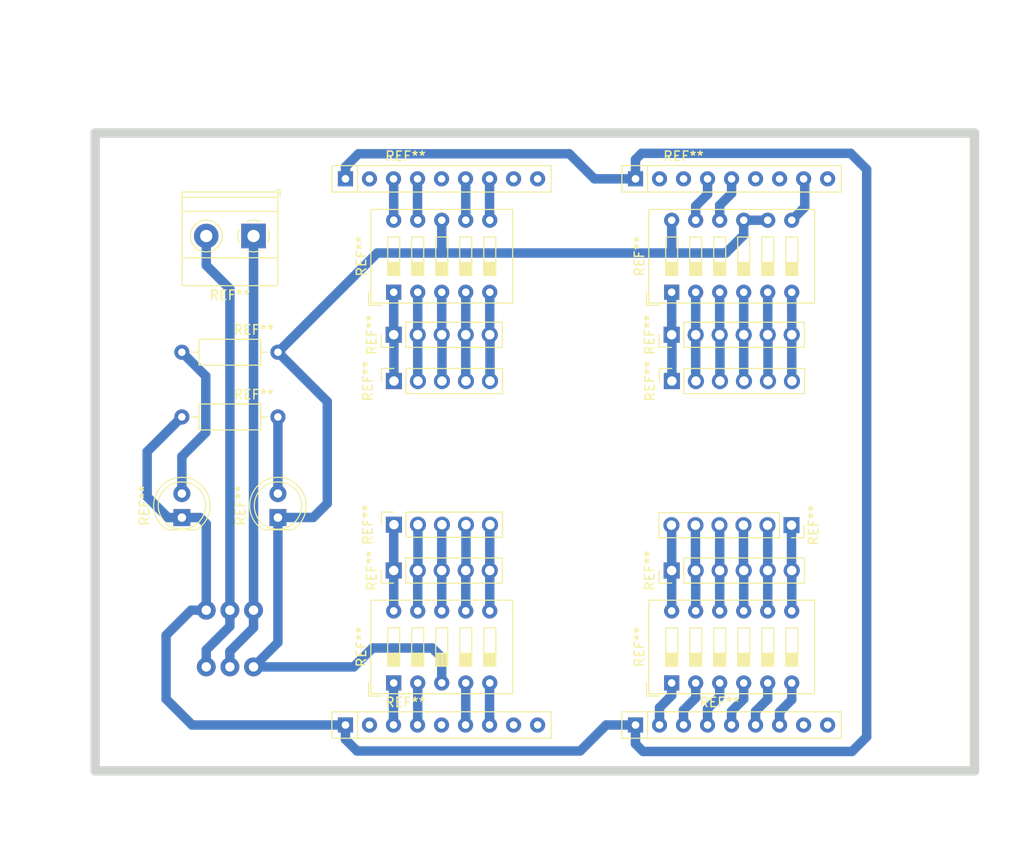
<source format=kicad_pcb>
(kicad_pcb (version 20171130) (host pcbnew "(5.1.10)-1")

  (general
    (thickness 1.6)
    (drawings 14)
    (tracks 186)
    (zones 0)
    (modules 21)
    (nets 1)
  )

  (page A4)
  (layers
    (0 F.Cu signal)
    (31 B.Cu signal)
    (32 B.Adhes user)
    (33 F.Adhes user)
    (34 B.Paste user)
    (35 F.Paste user)
    (36 B.SilkS user)
    (37 F.SilkS user)
    (38 B.Mask user)
    (39 F.Mask user)
    (40 Dwgs.User user)
    (41 Cmts.User user)
    (42 Eco1.User user)
    (43 Eco2.User user)
    (44 Edge.Cuts user)
    (45 Margin user)
    (46 B.CrtYd user)
    (47 F.CrtYd user)
    (48 B.Fab user)
    (49 F.Fab user)
  )

  (setup
    (last_trace_width 1)
    (user_trace_width 1)
    (user_trace_width 2)
    (trace_clearance 0.2)
    (zone_clearance 0.508)
    (zone_45_only no)
    (trace_min 0.2)
    (via_size 0.8)
    (via_drill 0.4)
    (via_min_size 0.4)
    (via_min_drill 0.3)
    (user_via 1.5 1)
    (uvia_size 0.3)
    (uvia_drill 0.1)
    (uvias_allowed no)
    (uvia_min_size 0.2)
    (uvia_min_drill 0.1)
    (edge_width 0.05)
    (segment_width 0.2)
    (pcb_text_width 0.3)
    (pcb_text_size 1.5 1.5)
    (mod_edge_width 0.12)
    (mod_text_size 1 1)
    (mod_text_width 0.15)
    (pad_size 1.524 1.524)
    (pad_drill 0.762)
    (pad_to_mask_clearance 0)
    (aux_axis_origin 0 0)
    (visible_elements 7FFFFFFF)
    (pcbplotparams
      (layerselection 0x010fc_ffffffff)
      (usegerberextensions false)
      (usegerberattributes true)
      (usegerberadvancedattributes true)
      (creategerberjobfile true)
      (excludeedgelayer true)
      (linewidth 0.500000)
      (plotframeref false)
      (viasonmask false)
      (mode 1)
      (useauxorigin false)
      (hpglpennumber 1)
      (hpglpenspeed 20)
      (hpglpendiameter 15.000000)
      (psnegative false)
      (psa4output false)
      (plotreference true)
      (plotvalue true)
      (plotinvisibletext false)
      (padsonsilk false)
      (subtractmaskfromsilk false)
      (outputformat 1)
      (mirror false)
      (drillshape 1)
      (scaleselection 1)
      (outputdirectory ""))
  )

  (net 0 "")

  (net_class Default "This is the default net class."
    (clearance 0.2)
    (trace_width 0.25)
    (via_dia 0.8)
    (via_drill 0.4)
    (uvia_dia 0.3)
    (uvia_drill 0.1)
  )

  (module Button_Switch_THT:SW_DIP_SPSTx06_Slide_9.78x17.42mm_W7.62mm_P2.54mm (layer F.Cu) (tedit 5A4E1405) (tstamp 62017C15)
    (at 215.675 77.1 90)
    (descr "6x-dip-switch SPST , Slide, row spacing 7.62 mm (300 mils), body size 9.78x17.42mm (see e.g. https://www.ctscorp.com/wp-content/uploads/206-208.pdf)")
    (tags "DIP Switch SPST Slide 7.62mm 300mil")
    (fp_text reference REF** (at 3.81 -3.42 90) (layer F.SilkS)
      (effects (font (size 1 1) (thickness 0.15)))
    )
    (fp_text value SW_DIP_SPSTx06_Slide_9.78x17.42mm_W7.62mm_P2.54mm (at 3.81 16.12 90) (layer F.Fab)
      (effects (font (size 1 1) (thickness 0.15)))
    )
    (fp_line (start 8.95 -2.7) (end -1.35 -2.7) (layer F.CrtYd) (width 0.05))
    (fp_line (start 8.95 15.4) (end 8.95 -2.7) (layer F.CrtYd) (width 0.05))
    (fp_line (start -1.35 15.4) (end 8.95 15.4) (layer F.CrtYd) (width 0.05))
    (fp_line (start -1.35 -2.7) (end -1.35 15.4) (layer F.CrtYd) (width 0.05))
    (fp_line (start 3.133333 12.065) (end 3.133333 13.335) (layer F.SilkS) (width 0.12))
    (fp_line (start 1.78 13.265) (end 3.133333 13.265) (layer F.SilkS) (width 0.12))
    (fp_line (start 1.78 13.145) (end 3.133333 13.145) (layer F.SilkS) (width 0.12))
    (fp_line (start 1.78 13.025) (end 3.133333 13.025) (layer F.SilkS) (width 0.12))
    (fp_line (start 1.78 12.905) (end 3.133333 12.905) (layer F.SilkS) (width 0.12))
    (fp_line (start 1.78 12.785) (end 3.133333 12.785) (layer F.SilkS) (width 0.12))
    (fp_line (start 1.78 12.665) (end 3.133333 12.665) (layer F.SilkS) (width 0.12))
    (fp_line (start 1.78 12.545) (end 3.133333 12.545) (layer F.SilkS) (width 0.12))
    (fp_line (start 1.78 12.425) (end 3.133333 12.425) (layer F.SilkS) (width 0.12))
    (fp_line (start 1.78 12.305) (end 3.133333 12.305) (layer F.SilkS) (width 0.12))
    (fp_line (start 1.78 12.185) (end 3.133333 12.185) (layer F.SilkS) (width 0.12))
    (fp_line (start 5.84 12.065) (end 1.78 12.065) (layer F.SilkS) (width 0.12))
    (fp_line (start 5.84 13.335) (end 5.84 12.065) (layer F.SilkS) (width 0.12))
    (fp_line (start 1.78 13.335) (end 5.84 13.335) (layer F.SilkS) (width 0.12))
    (fp_line (start 1.78 12.065) (end 1.78 13.335) (layer F.SilkS) (width 0.12))
    (fp_line (start 3.133333 9.525) (end 3.133333 10.795) (layer F.SilkS) (width 0.12))
    (fp_line (start 1.78 10.725) (end 3.133333 10.725) (layer F.SilkS) (width 0.12))
    (fp_line (start 1.78 10.605) (end 3.133333 10.605) (layer F.SilkS) (width 0.12))
    (fp_line (start 1.78 10.485) (end 3.133333 10.485) (layer F.SilkS) (width 0.12))
    (fp_line (start 1.78 10.365) (end 3.133333 10.365) (layer F.SilkS) (width 0.12))
    (fp_line (start 1.78 10.245) (end 3.133333 10.245) (layer F.SilkS) (width 0.12))
    (fp_line (start 1.78 10.125) (end 3.133333 10.125) (layer F.SilkS) (width 0.12))
    (fp_line (start 1.78 10.005) (end 3.133333 10.005) (layer F.SilkS) (width 0.12))
    (fp_line (start 1.78 9.885) (end 3.133333 9.885) (layer F.SilkS) (width 0.12))
    (fp_line (start 1.78 9.765) (end 3.133333 9.765) (layer F.SilkS) (width 0.12))
    (fp_line (start 1.78 9.645) (end 3.133333 9.645) (layer F.SilkS) (width 0.12))
    (fp_line (start 5.84 9.525) (end 1.78 9.525) (layer F.SilkS) (width 0.12))
    (fp_line (start 5.84 10.795) (end 5.84 9.525) (layer F.SilkS) (width 0.12))
    (fp_line (start 1.78 10.795) (end 5.84 10.795) (layer F.SilkS) (width 0.12))
    (fp_line (start 1.78 9.525) (end 1.78 10.795) (layer F.SilkS) (width 0.12))
    (fp_line (start 3.133333 6.985) (end 3.133333 8.255) (layer F.SilkS) (width 0.12))
    (fp_line (start 1.78 8.185) (end 3.133333 8.185) (layer F.SilkS) (width 0.12))
    (fp_line (start 1.78 8.065) (end 3.133333 8.065) (layer F.SilkS) (width 0.12))
    (fp_line (start 1.78 7.945) (end 3.133333 7.945) (layer F.SilkS) (width 0.12))
    (fp_line (start 1.78 7.825) (end 3.133333 7.825) (layer F.SilkS) (width 0.12))
    (fp_line (start 1.78 7.705) (end 3.133333 7.705) (layer F.SilkS) (width 0.12))
    (fp_line (start 1.78 7.585) (end 3.133333 7.585) (layer F.SilkS) (width 0.12))
    (fp_line (start 1.78 7.465) (end 3.133333 7.465) (layer F.SilkS) (width 0.12))
    (fp_line (start 1.78 7.345) (end 3.133333 7.345) (layer F.SilkS) (width 0.12))
    (fp_line (start 1.78 7.225) (end 3.133333 7.225) (layer F.SilkS) (width 0.12))
    (fp_line (start 1.78 7.105) (end 3.133333 7.105) (layer F.SilkS) (width 0.12))
    (fp_line (start 5.84 6.985) (end 1.78 6.985) (layer F.SilkS) (width 0.12))
    (fp_line (start 5.84 8.255) (end 5.84 6.985) (layer F.SilkS) (width 0.12))
    (fp_line (start 1.78 8.255) (end 5.84 8.255) (layer F.SilkS) (width 0.12))
    (fp_line (start 1.78 6.985) (end 1.78 8.255) (layer F.SilkS) (width 0.12))
    (fp_line (start 3.133333 4.445) (end 3.133333 5.715) (layer F.SilkS) (width 0.12))
    (fp_line (start 1.78 5.645) (end 3.133333 5.645) (layer F.SilkS) (width 0.12))
    (fp_line (start 1.78 5.525) (end 3.133333 5.525) (layer F.SilkS) (width 0.12))
    (fp_line (start 1.78 5.405) (end 3.133333 5.405) (layer F.SilkS) (width 0.12))
    (fp_line (start 1.78 5.285) (end 3.133333 5.285) (layer F.SilkS) (width 0.12))
    (fp_line (start 1.78 5.165) (end 3.133333 5.165) (layer F.SilkS) (width 0.12))
    (fp_line (start 1.78 5.045) (end 3.133333 5.045) (layer F.SilkS) (width 0.12))
    (fp_line (start 1.78 4.925) (end 3.133333 4.925) (layer F.SilkS) (width 0.12))
    (fp_line (start 1.78 4.805) (end 3.133333 4.805) (layer F.SilkS) (width 0.12))
    (fp_line (start 1.78 4.685) (end 3.133333 4.685) (layer F.SilkS) (width 0.12))
    (fp_line (start 1.78 4.565) (end 3.133333 4.565) (layer F.SilkS) (width 0.12))
    (fp_line (start 5.84 4.445) (end 1.78 4.445) (layer F.SilkS) (width 0.12))
    (fp_line (start 5.84 5.715) (end 5.84 4.445) (layer F.SilkS) (width 0.12))
    (fp_line (start 1.78 5.715) (end 5.84 5.715) (layer F.SilkS) (width 0.12))
    (fp_line (start 1.78 4.445) (end 1.78 5.715) (layer F.SilkS) (width 0.12))
    (fp_line (start 3.133333 1.905) (end 3.133333 3.175) (layer F.SilkS) (width 0.12))
    (fp_line (start 1.78 3.105) (end 3.133333 3.105) (layer F.SilkS) (width 0.12))
    (fp_line (start 1.78 2.985) (end 3.133333 2.985) (layer F.SilkS) (width 0.12))
    (fp_line (start 1.78 2.865) (end 3.133333 2.865) (layer F.SilkS) (width 0.12))
    (fp_line (start 1.78 2.745) (end 3.133333 2.745) (layer F.SilkS) (width 0.12))
    (fp_line (start 1.78 2.625) (end 3.133333 2.625) (layer F.SilkS) (width 0.12))
    (fp_line (start 1.78 2.505) (end 3.133333 2.505) (layer F.SilkS) (width 0.12))
    (fp_line (start 1.78 2.385) (end 3.133333 2.385) (layer F.SilkS) (width 0.12))
    (fp_line (start 1.78 2.265) (end 3.133333 2.265) (layer F.SilkS) (width 0.12))
    (fp_line (start 1.78 2.145) (end 3.133333 2.145) (layer F.SilkS) (width 0.12))
    (fp_line (start 1.78 2.025) (end 3.133333 2.025) (layer F.SilkS) (width 0.12))
    (fp_line (start 5.84 1.905) (end 1.78 1.905) (layer F.SilkS) (width 0.12))
    (fp_line (start 5.84 3.175) (end 5.84 1.905) (layer F.SilkS) (width 0.12))
    (fp_line (start 1.78 3.175) (end 5.84 3.175) (layer F.SilkS) (width 0.12))
    (fp_line (start 1.78 1.905) (end 1.78 3.175) (layer F.SilkS) (width 0.12))
    (fp_line (start 3.133333 -0.635) (end 3.133333 0.635) (layer F.SilkS) (width 0.12))
    (fp_line (start 1.78 0.565) (end 3.133333 0.565) (layer F.SilkS) (width 0.12))
    (fp_line (start 1.78 0.445) (end 3.133333 0.445) (layer F.SilkS) (width 0.12))
    (fp_line (start 1.78 0.325) (end 3.133333 0.325) (layer F.SilkS) (width 0.12))
    (fp_line (start 1.78 0.205) (end 3.133333 0.205) (layer F.SilkS) (width 0.12))
    (fp_line (start 1.78 0.085) (end 3.133333 0.085) (layer F.SilkS) (width 0.12))
    (fp_line (start 1.78 -0.035) (end 3.133333 -0.035) (layer F.SilkS) (width 0.12))
    (fp_line (start 1.78 -0.155) (end 3.133333 -0.155) (layer F.SilkS) (width 0.12))
    (fp_line (start 1.78 -0.275) (end 3.133333 -0.275) (layer F.SilkS) (width 0.12))
    (fp_line (start 1.78 -0.395) (end 3.133333 -0.395) (layer F.SilkS) (width 0.12))
    (fp_line (start 1.78 -0.515) (end 3.133333 -0.515) (layer F.SilkS) (width 0.12))
    (fp_line (start 5.84 -0.635) (end 1.78 -0.635) (layer F.SilkS) (width 0.12))
    (fp_line (start 5.84 0.635) (end 5.84 -0.635) (layer F.SilkS) (width 0.12))
    (fp_line (start 1.78 0.635) (end 5.84 0.635) (layer F.SilkS) (width 0.12))
    (fp_line (start 1.78 -0.635) (end 1.78 0.635) (layer F.SilkS) (width 0.12))
    (fp_line (start -1.38 -2.66) (end -1.38 -1.277) (layer F.SilkS) (width 0.12))
    (fp_line (start -1.38 -2.66) (end 0.004 -2.66) (layer F.SilkS) (width 0.12))
    (fp_line (start 8.76 -2.42) (end 8.76 15.12) (layer F.SilkS) (width 0.12))
    (fp_line (start -1.14 -2.42) (end -1.14 15.12) (layer F.SilkS) (width 0.12))
    (fp_line (start -1.14 15.12) (end 8.76 15.12) (layer F.SilkS) (width 0.12))
    (fp_line (start -1.14 -2.42) (end 8.76 -2.42) (layer F.SilkS) (width 0.12))
    (fp_line (start 3.133333 12.065) (end 3.133333 13.335) (layer F.Fab) (width 0.1))
    (fp_line (start 1.78 13.265) (end 3.133333 13.265) (layer F.Fab) (width 0.1))
    (fp_line (start 1.78 13.165) (end 3.133333 13.165) (layer F.Fab) (width 0.1))
    (fp_line (start 1.78 13.065) (end 3.133333 13.065) (layer F.Fab) (width 0.1))
    (fp_line (start 1.78 12.965) (end 3.133333 12.965) (layer F.Fab) (width 0.1))
    (fp_line (start 1.78 12.865) (end 3.133333 12.865) (layer F.Fab) (width 0.1))
    (fp_line (start 1.78 12.765) (end 3.133333 12.765) (layer F.Fab) (width 0.1))
    (fp_line (start 1.78 12.665) (end 3.133333 12.665) (layer F.Fab) (width 0.1))
    (fp_line (start 1.78 12.565) (end 3.133333 12.565) (layer F.Fab) (width 0.1))
    (fp_line (start 1.78 12.465) (end 3.133333 12.465) (layer F.Fab) (width 0.1))
    (fp_line (start 1.78 12.365) (end 3.133333 12.365) (layer F.Fab) (width 0.1))
    (fp_line (start 1.78 12.265) (end 3.133333 12.265) (layer F.Fab) (width 0.1))
    (fp_line (start 1.78 12.165) (end 3.133333 12.165) (layer F.Fab) (width 0.1))
    (fp_line (start 5.84 12.065) (end 1.78 12.065) (layer F.Fab) (width 0.1))
    (fp_line (start 5.84 13.335) (end 5.84 12.065) (layer F.Fab) (width 0.1))
    (fp_line (start 1.78 13.335) (end 5.84 13.335) (layer F.Fab) (width 0.1))
    (fp_line (start 1.78 12.065) (end 1.78 13.335) (layer F.Fab) (width 0.1))
    (fp_line (start 3.133333 9.525) (end 3.133333 10.795) (layer F.Fab) (width 0.1))
    (fp_line (start 1.78 10.725) (end 3.133333 10.725) (layer F.Fab) (width 0.1))
    (fp_line (start 1.78 10.625) (end 3.133333 10.625) (layer F.Fab) (width 0.1))
    (fp_line (start 1.78 10.525) (end 3.133333 10.525) (layer F.Fab) (width 0.1))
    (fp_line (start 1.78 10.425) (end 3.133333 10.425) (layer F.Fab) (width 0.1))
    (fp_line (start 1.78 10.325) (end 3.133333 10.325) (layer F.Fab) (width 0.1))
    (fp_line (start 1.78 10.225) (end 3.133333 10.225) (layer F.Fab) (width 0.1))
    (fp_line (start 1.78 10.125) (end 3.133333 10.125) (layer F.Fab) (width 0.1))
    (fp_line (start 1.78 10.025) (end 3.133333 10.025) (layer F.Fab) (width 0.1))
    (fp_line (start 1.78 9.925) (end 3.133333 9.925) (layer F.Fab) (width 0.1))
    (fp_line (start 1.78 9.825) (end 3.133333 9.825) (layer F.Fab) (width 0.1))
    (fp_line (start 1.78 9.725) (end 3.133333 9.725) (layer F.Fab) (width 0.1))
    (fp_line (start 1.78 9.625) (end 3.133333 9.625) (layer F.Fab) (width 0.1))
    (fp_line (start 5.84 9.525) (end 1.78 9.525) (layer F.Fab) (width 0.1))
    (fp_line (start 5.84 10.795) (end 5.84 9.525) (layer F.Fab) (width 0.1))
    (fp_line (start 1.78 10.795) (end 5.84 10.795) (layer F.Fab) (width 0.1))
    (fp_line (start 1.78 9.525) (end 1.78 10.795) (layer F.Fab) (width 0.1))
    (fp_line (start 3.133333 6.985) (end 3.133333 8.255) (layer F.Fab) (width 0.1))
    (fp_line (start 1.78 8.185) (end 3.133333 8.185) (layer F.Fab) (width 0.1))
    (fp_line (start 1.78 8.085) (end 3.133333 8.085) (layer F.Fab) (width 0.1))
    (fp_line (start 1.78 7.985) (end 3.133333 7.985) (layer F.Fab) (width 0.1))
    (fp_line (start 1.78 7.885) (end 3.133333 7.885) (layer F.Fab) (width 0.1))
    (fp_line (start 1.78 7.785) (end 3.133333 7.785) (layer F.Fab) (width 0.1))
    (fp_line (start 1.78 7.685) (end 3.133333 7.685) (layer F.Fab) (width 0.1))
    (fp_line (start 1.78 7.585) (end 3.133333 7.585) (layer F.Fab) (width 0.1))
    (fp_line (start 1.78 7.485) (end 3.133333 7.485) (layer F.Fab) (width 0.1))
    (fp_line (start 1.78 7.385) (end 3.133333 7.385) (layer F.Fab) (width 0.1))
    (fp_line (start 1.78 7.285) (end 3.133333 7.285) (layer F.Fab) (width 0.1))
    (fp_line (start 1.78 7.185) (end 3.133333 7.185) (layer F.Fab) (width 0.1))
    (fp_line (start 1.78 7.085) (end 3.133333 7.085) (layer F.Fab) (width 0.1))
    (fp_line (start 5.84 6.985) (end 1.78 6.985) (layer F.Fab) (width 0.1))
    (fp_line (start 5.84 8.255) (end 5.84 6.985) (layer F.Fab) (width 0.1))
    (fp_line (start 1.78 8.255) (end 5.84 8.255) (layer F.Fab) (width 0.1))
    (fp_line (start 1.78 6.985) (end 1.78 8.255) (layer F.Fab) (width 0.1))
    (fp_line (start 3.133333 4.445) (end 3.133333 5.715) (layer F.Fab) (width 0.1))
    (fp_line (start 1.78 5.645) (end 3.133333 5.645) (layer F.Fab) (width 0.1))
    (fp_line (start 1.78 5.545) (end 3.133333 5.545) (layer F.Fab) (width 0.1))
    (fp_line (start 1.78 5.445) (end 3.133333 5.445) (layer F.Fab) (width 0.1))
    (fp_line (start 1.78 5.345) (end 3.133333 5.345) (layer F.Fab) (width 0.1))
    (fp_line (start 1.78 5.245) (end 3.133333 5.245) (layer F.Fab) (width 0.1))
    (fp_line (start 1.78 5.145) (end 3.133333 5.145) (layer F.Fab) (width 0.1))
    (fp_line (start 1.78 5.045) (end 3.133333 5.045) (layer F.Fab) (width 0.1))
    (fp_line (start 1.78 4.945) (end 3.133333 4.945) (layer F.Fab) (width 0.1))
    (fp_line (start 1.78 4.845) (end 3.133333 4.845) (layer F.Fab) (width 0.1))
    (fp_line (start 1.78 4.745) (end 3.133333 4.745) (layer F.Fab) (width 0.1))
    (fp_line (start 1.78 4.645) (end 3.133333 4.645) (layer F.Fab) (width 0.1))
    (fp_line (start 1.78 4.545) (end 3.133333 4.545) (layer F.Fab) (width 0.1))
    (fp_line (start 5.84 4.445) (end 1.78 4.445) (layer F.Fab) (width 0.1))
    (fp_line (start 5.84 5.715) (end 5.84 4.445) (layer F.Fab) (width 0.1))
    (fp_line (start 1.78 5.715) (end 5.84 5.715) (layer F.Fab) (width 0.1))
    (fp_line (start 1.78 4.445) (end 1.78 5.715) (layer F.Fab) (width 0.1))
    (fp_line (start 3.133333 1.905) (end 3.133333 3.175) (layer F.Fab) (width 0.1))
    (fp_line (start 1.78 3.105) (end 3.133333 3.105) (layer F.Fab) (width 0.1))
    (fp_line (start 1.78 3.005) (end 3.133333 3.005) (layer F.Fab) (width 0.1))
    (fp_line (start 1.78 2.905) (end 3.133333 2.905) (layer F.Fab) (width 0.1))
    (fp_line (start 1.78 2.805) (end 3.133333 2.805) (layer F.Fab) (width 0.1))
    (fp_line (start 1.78 2.705) (end 3.133333 2.705) (layer F.Fab) (width 0.1))
    (fp_line (start 1.78 2.605) (end 3.133333 2.605) (layer F.Fab) (width 0.1))
    (fp_line (start 1.78 2.505) (end 3.133333 2.505) (layer F.Fab) (width 0.1))
    (fp_line (start 1.78 2.405) (end 3.133333 2.405) (layer F.Fab) (width 0.1))
    (fp_line (start 1.78 2.305) (end 3.133333 2.305) (layer F.Fab) (width 0.1))
    (fp_line (start 1.78 2.205) (end 3.133333 2.205) (layer F.Fab) (width 0.1))
    (fp_line (start 1.78 2.105) (end 3.133333 2.105) (layer F.Fab) (width 0.1))
    (fp_line (start 1.78 2.005) (end 3.133333 2.005) (layer F.Fab) (width 0.1))
    (fp_line (start 5.84 1.905) (end 1.78 1.905) (layer F.Fab) (width 0.1))
    (fp_line (start 5.84 3.175) (end 5.84 1.905) (layer F.Fab) (width 0.1))
    (fp_line (start 1.78 3.175) (end 5.84 3.175) (layer F.Fab) (width 0.1))
    (fp_line (start 1.78 1.905) (end 1.78 3.175) (layer F.Fab) (width 0.1))
    (fp_line (start 3.133333 -0.635) (end 3.133333 0.635) (layer F.Fab) (width 0.1))
    (fp_line (start 1.78 0.565) (end 3.133333 0.565) (layer F.Fab) (width 0.1))
    (fp_line (start 1.78 0.465) (end 3.133333 0.465) (layer F.Fab) (width 0.1))
    (fp_line (start 1.78 0.365) (end 3.133333 0.365) (layer F.Fab) (width 0.1))
    (fp_line (start 1.78 0.265) (end 3.133333 0.265) (layer F.Fab) (width 0.1))
    (fp_line (start 1.78 0.165) (end 3.133333 0.165) (layer F.Fab) (width 0.1))
    (fp_line (start 1.78 0.065) (end 3.133333 0.065) (layer F.Fab) (width 0.1))
    (fp_line (start 1.78 -0.035) (end 3.133333 -0.035) (layer F.Fab) (width 0.1))
    (fp_line (start 1.78 -0.135) (end 3.133333 -0.135) (layer F.Fab) (width 0.1))
    (fp_line (start 1.78 -0.235) (end 3.133333 -0.235) (layer F.Fab) (width 0.1))
    (fp_line (start 1.78 -0.335) (end 3.133333 -0.335) (layer F.Fab) (width 0.1))
    (fp_line (start 1.78 -0.435) (end 3.133333 -0.435) (layer F.Fab) (width 0.1))
    (fp_line (start 1.78 -0.535) (end 3.133333 -0.535) (layer F.Fab) (width 0.1))
    (fp_line (start 5.84 -0.635) (end 1.78 -0.635) (layer F.Fab) (width 0.1))
    (fp_line (start 5.84 0.635) (end 5.84 -0.635) (layer F.Fab) (width 0.1))
    (fp_line (start 1.78 0.635) (end 5.84 0.635) (layer F.Fab) (width 0.1))
    (fp_line (start 1.78 -0.635) (end 1.78 0.635) (layer F.Fab) (width 0.1))
    (fp_line (start -1.08 -1.36) (end -0.08 -2.36) (layer F.Fab) (width 0.1))
    (fp_line (start -1.08 15.06) (end -1.08 -1.36) (layer F.Fab) (width 0.1))
    (fp_line (start 8.7 15.06) (end -1.08 15.06) (layer F.Fab) (width 0.1))
    (fp_line (start 8.7 -2.36) (end 8.7 15.06) (layer F.Fab) (width 0.1))
    (fp_line (start -0.08 -2.36) (end 8.7 -2.36) (layer F.Fab) (width 0.1))
    (fp_text user %R (at 7.27 6.35) (layer F.Fab)
      (effects (font (size 0.8 0.8) (thickness 0.12)))
    )
    (fp_text user on (at 5.365 -1.4975 90) (layer F.Fab)
      (effects (font (size 0.8 0.8) (thickness 0.12)))
    )
    (pad 1 thru_hole rect (at 0 0 90) (size 1.6 1.6) (drill 0.8) (layers *.Cu *.Mask))
    (pad 7 thru_hole oval (at 7.62 12.7 90) (size 1.6 1.6) (drill 0.8) (layers *.Cu *.Mask))
    (pad 2 thru_hole oval (at 0 2.54 90) (size 1.6 1.6) (drill 0.8) (layers *.Cu *.Mask))
    (pad 8 thru_hole oval (at 7.62 10.16 90) (size 1.6 1.6) (drill 0.8) (layers *.Cu *.Mask))
    (pad 3 thru_hole oval (at 0 5.08 90) (size 1.6 1.6) (drill 0.8) (layers *.Cu *.Mask))
    (pad 9 thru_hole oval (at 7.62 7.62 90) (size 1.6 1.6) (drill 0.8) (layers *.Cu *.Mask))
    (pad 4 thru_hole oval (at 0 7.62 90) (size 1.6 1.6) (drill 0.8) (layers *.Cu *.Mask))
    (pad 10 thru_hole oval (at 7.62 5.08 90) (size 1.6 1.6) (drill 0.8) (layers *.Cu *.Mask))
    (pad 5 thru_hole oval (at 0 10.16 90) (size 1.6 1.6) (drill 0.8) (layers *.Cu *.Mask))
    (pad 11 thru_hole oval (at 7.62 2.54 90) (size 1.6 1.6) (drill 0.8) (layers *.Cu *.Mask))
    (pad 6 thru_hole oval (at 0 12.7 90) (size 1.6 1.6) (drill 0.8) (layers *.Cu *.Mask))
    (pad 12 thru_hole oval (at 7.62 0 90) (size 1.6 1.6) (drill 0.8) (layers *.Cu *.Mask))
    (model ${KISYS3DMOD}/Button_Switch_THT.3dshapes/SW_DIP_SPSTx06_Slide_9.78x17.42mm_W7.62mm_P2.54mm.wrl
      (at (xyz 0 0 0))
      (scale (xyz 1 1 1))
      (rotate (xyz 0 0 90))
    )
  )

  (module LED_THT:LED_D5.0mm (layer F.Cu) (tedit 5995936A) (tstamp 62017D49)
    (at 174.03 100.95 90)
    (descr "LED, diameter 5.0mm, 2 pins, http://cdn-reichelt.de/documents/datenblatt/A500/LL-504BC2E-009.pdf")
    (tags "LED diameter 5.0mm 2 pins")
    (fp_text reference REF** (at 1.27 -3.96 90) (layer F.SilkS)
      (effects (font (size 1 1) (thickness 0.15)))
    )
    (fp_text value LED_D5.0mm (at 1.27 3.96 90) (layer F.Fab)
      (effects (font (size 1 1) (thickness 0.15)))
    )
    (fp_line (start 4.5 -3.25) (end -1.95 -3.25) (layer F.CrtYd) (width 0.05))
    (fp_line (start 4.5 3.25) (end 4.5 -3.25) (layer F.CrtYd) (width 0.05))
    (fp_line (start -1.95 3.25) (end 4.5 3.25) (layer F.CrtYd) (width 0.05))
    (fp_line (start -1.95 -3.25) (end -1.95 3.25) (layer F.CrtYd) (width 0.05))
    (fp_line (start -1.29 -1.545) (end -1.29 1.545) (layer F.SilkS) (width 0.12))
    (fp_line (start -1.23 -1.469694) (end -1.23 1.469694) (layer F.Fab) (width 0.1))
    (fp_circle (center 1.27 0) (end 3.77 0) (layer F.SilkS) (width 0.12))
    (fp_circle (center 1.27 0) (end 3.77 0) (layer F.Fab) (width 0.1))
    (fp_text user %R (at 1.25 0 90) (layer F.Fab)
      (effects (font (size 0.8 0.8) (thickness 0.2)))
    )
    (fp_arc (start 1.27 0) (end -1.29 1.54483) (angle -148.9) (layer F.SilkS) (width 0.12))
    (fp_arc (start 1.27 0) (end -1.29 -1.54483) (angle 148.9) (layer F.SilkS) (width 0.12))
    (fp_arc (start 1.27 0) (end -1.23 -1.469694) (angle 299.1) (layer F.Fab) (width 0.1))
    (pad 2 thru_hole circle (at 2.54 0 90) (size 1.8 1.8) (drill 0.9) (layers *.Cu *.Mask))
    (pad 1 thru_hole rect (at 0 0 90) (size 1.8 1.8) (drill 0.9) (layers *.Cu *.Mask))
    (model ${KISYS3DMOD}/LED_THT.3dshapes/LED_D5.0mm.wrl
      (at (xyz 0 0 0))
      (scale (xyz 1 1 1))
      (rotate (xyz 0 0 0))
    )
  )

  (module Resistor_THT:R_Axial_DIN0207_L6.3mm_D2.5mm_P10.16mm_Horizontal (layer F.Cu) (tedit 5AE5139B) (tstamp 62017BB5)
    (at 163.87 90.3)
    (descr "Resistor, Axial_DIN0207 series, Axial, Horizontal, pin pitch=10.16mm, 0.25W = 1/4W, length*diameter=6.3*2.5mm^2, http://cdn-reichelt.de/documents/datenblatt/B400/1_4W%23YAG.pdf")
    (tags "Resistor Axial_DIN0207 series Axial Horizontal pin pitch 10.16mm 0.25W = 1/4W length 6.3mm diameter 2.5mm")
    (fp_text reference REF** (at 7.62 -2.37) (layer F.SilkS)
      (effects (font (size 1 1) (thickness 0.15)))
    )
    (fp_text value R_Axial_DIN0207_L6.3mm_D2.5mm_P10.16mm_Horizontal (at 7.62 2.37) (layer F.Fab)
      (effects (font (size 1 1) (thickness 0.15)))
    )
    (fp_line (start 11.21 -1.5) (end -1.05 -1.5) (layer F.CrtYd) (width 0.05))
    (fp_line (start 11.21 1.5) (end 11.21 -1.5) (layer F.CrtYd) (width 0.05))
    (fp_line (start -1.05 1.5) (end 11.21 1.5) (layer F.CrtYd) (width 0.05))
    (fp_line (start -1.05 -1.5) (end -1.05 1.5) (layer F.CrtYd) (width 0.05))
    (fp_line (start 9.12 0) (end 8.35 0) (layer F.SilkS) (width 0.12))
    (fp_line (start 1.04 0) (end 1.81 0) (layer F.SilkS) (width 0.12))
    (fp_line (start 8.35 -1.37) (end 1.81 -1.37) (layer F.SilkS) (width 0.12))
    (fp_line (start 8.35 1.37) (end 8.35 -1.37) (layer F.SilkS) (width 0.12))
    (fp_line (start 1.81 1.37) (end 8.35 1.37) (layer F.SilkS) (width 0.12))
    (fp_line (start 1.81 -1.37) (end 1.81 1.37) (layer F.SilkS) (width 0.12))
    (fp_line (start 10.16 0) (end 8.23 0) (layer F.Fab) (width 0.1))
    (fp_line (start 0 0) (end 1.93 0) (layer F.Fab) (width 0.1))
    (fp_line (start 8.23 -1.25) (end 1.93 -1.25) (layer F.Fab) (width 0.1))
    (fp_line (start 8.23 1.25) (end 8.23 -1.25) (layer F.Fab) (width 0.1))
    (fp_line (start 1.93 1.25) (end 8.23 1.25) (layer F.Fab) (width 0.1))
    (fp_line (start 1.93 -1.25) (end 1.93 1.25) (layer F.Fab) (width 0.1))
    (fp_text user %R (at 7.57 0) (layer F.Fab)
      (effects (font (size 1 1) (thickness 0.15)))
    )
    (pad 2 thru_hole oval (at 10.16 0) (size 1.6 1.6) (drill 0.8) (layers *.Cu *.Mask))
    (pad 1 thru_hole circle (at 0 0) (size 1.6 1.6) (drill 0.8) (layers *.Cu *.Mask))
    (model ${KISYS3DMOD}/Resistor_THT.3dshapes/R_Axial_DIN0207_L6.3mm_D2.5mm_P10.16mm_Horizontal.wrl
      (at (xyz 0 0 0))
      (scale (xyz 1 1 1))
      (rotate (xyz 0 0 0))
    )
  )

  (module Resistor_THT:R_Array_SIP9 (layer F.Cu) (tedit 5A14249F) (tstamp 620178B6)
    (at 211.85 65.1)
    (descr "9-pin Resistor SIP pack")
    (tags R)
    (fp_text reference REF** (at 5.08 -2.4) (layer F.SilkS)
      (effects (font (size 1 1) (thickness 0.15)))
    )
    (fp_text value R_Array_SIP9 (at 5.08 2.4) (layer F.Fab)
      (effects (font (size 1 1) (thickness 0.15)))
    )
    (fp_line (start 22.05 -1.65) (end -1.7 -1.65) (layer F.CrtYd) (width 0.05))
    (fp_line (start 22.05 1.65) (end 22.05 -1.65) (layer F.CrtYd) (width 0.05))
    (fp_line (start -1.7 1.65) (end 22.05 1.65) (layer F.CrtYd) (width 0.05))
    (fp_line (start -1.7 -1.65) (end -1.7 1.65) (layer F.CrtYd) (width 0.05))
    (fp_line (start 1.27 -1.4) (end 1.27 1.4) (layer F.SilkS) (width 0.12))
    (fp_line (start 21.76 -1.4) (end -1.44 -1.4) (layer F.SilkS) (width 0.12))
    (fp_line (start 21.76 1.4) (end 21.76 -1.4) (layer F.SilkS) (width 0.12))
    (fp_line (start -1.44 1.4) (end 21.76 1.4) (layer F.SilkS) (width 0.12))
    (fp_line (start -1.44 -1.4) (end -1.44 1.4) (layer F.SilkS) (width 0.12))
    (fp_line (start 1.27 -1.25) (end 1.27 1.25) (layer F.Fab) (width 0.1))
    (fp_line (start 21.61 -1.25) (end -1.29 -1.25) (layer F.Fab) (width 0.1))
    (fp_line (start 21.61 1.25) (end 21.61 -1.25) (layer F.Fab) (width 0.1))
    (fp_line (start -1.29 1.25) (end 21.61 1.25) (layer F.Fab) (width 0.1))
    (fp_line (start -1.29 -1.25) (end -1.29 1.25) (layer F.Fab) (width 0.1))
    (fp_text user %R (at 3.825 0) (layer F.Fab)
      (effects (font (size 1 1) (thickness 0.15)))
    )
    (pad 9 thru_hole oval (at 20.32 0) (size 1.6 1.6) (drill 0.8) (layers *.Cu *.Mask))
    (pad 8 thru_hole oval (at 17.78 0) (size 1.6 1.6) (drill 0.8) (layers *.Cu *.Mask))
    (pad 7 thru_hole oval (at 15.24 0) (size 1.6 1.6) (drill 0.8) (layers *.Cu *.Mask))
    (pad 6 thru_hole oval (at 12.7 0) (size 1.6 1.6) (drill 0.8) (layers *.Cu *.Mask))
    (pad 5 thru_hole oval (at 10.16 0) (size 1.6 1.6) (drill 0.8) (layers *.Cu *.Mask))
    (pad 4 thru_hole oval (at 7.62 0) (size 1.6 1.6) (drill 0.8) (layers *.Cu *.Mask))
    (pad 3 thru_hole oval (at 5.08 0) (size 1.6 1.6) (drill 0.8) (layers *.Cu *.Mask))
    (pad 2 thru_hole oval (at 2.54 0) (size 1.6 1.6) (drill 0.8) (layers *.Cu *.Mask))
    (pad 1 thru_hole rect (at 0 0) (size 1.6 1.6) (drill 0.8) (layers *.Cu *.Mask))
    (model ${KISYS3DMOD}/Resistor_THT.3dshapes/R_Array_SIP9.wrl
      (at (xyz 0 0 0))
      (scale (xyz 1 1 1))
      (rotate (xyz 0 0 0))
    )
  )

  (module Resistor_THT:R_Array_SIP9 (layer F.Cu) (tedit 5A14249F) (tstamp 620178E3)
    (at 181.175 65.1)
    (descr "9-pin Resistor SIP pack")
    (tags R)
    (fp_text reference REF** (at 6.35 -2.4) (layer F.SilkS)
      (effects (font (size 1 1) (thickness 0.15)))
    )
    (fp_text value R_Array_SIP9 (at 6.35 2.4) (layer F.Fab)
      (effects (font (size 1 1) (thickness 0.15)))
    )
    (fp_line (start 22.05 -1.65) (end -1.7 -1.65) (layer F.CrtYd) (width 0.05))
    (fp_line (start 22.05 1.65) (end 22.05 -1.65) (layer F.CrtYd) (width 0.05))
    (fp_line (start -1.7 1.65) (end 22.05 1.65) (layer F.CrtYd) (width 0.05))
    (fp_line (start -1.7 -1.65) (end -1.7 1.65) (layer F.CrtYd) (width 0.05))
    (fp_line (start 1.27 -1.4) (end 1.27 1.4) (layer F.SilkS) (width 0.12))
    (fp_line (start 21.76 -1.4) (end -1.44 -1.4) (layer F.SilkS) (width 0.12))
    (fp_line (start 21.76 1.4) (end 21.76 -1.4) (layer F.SilkS) (width 0.12))
    (fp_line (start -1.44 1.4) (end 21.76 1.4) (layer F.SilkS) (width 0.12))
    (fp_line (start -1.44 -1.4) (end -1.44 1.4) (layer F.SilkS) (width 0.12))
    (fp_line (start 1.27 -1.25) (end 1.27 1.25) (layer F.Fab) (width 0.1))
    (fp_line (start 21.61 -1.25) (end -1.29 -1.25) (layer F.Fab) (width 0.1))
    (fp_line (start 21.61 1.25) (end 21.61 -1.25) (layer F.Fab) (width 0.1))
    (fp_line (start -1.29 1.25) (end 21.61 1.25) (layer F.Fab) (width 0.1))
    (fp_line (start -1.29 -1.25) (end -1.29 1.25) (layer F.Fab) (width 0.1))
    (fp_text user %R (at 5.1 0) (layer F.Fab)
      (effects (font (size 1 1) (thickness 0.15)))
    )
    (pad 9 thru_hole oval (at 20.32 0) (size 1.6 1.6) (drill 0.8) (layers *.Cu *.Mask))
    (pad 8 thru_hole oval (at 17.78 0) (size 1.6 1.6) (drill 0.8) (layers *.Cu *.Mask))
    (pad 7 thru_hole oval (at 15.24 0) (size 1.6 1.6) (drill 0.8) (layers *.Cu *.Mask))
    (pad 6 thru_hole oval (at 12.7 0) (size 1.6 1.6) (drill 0.8) (layers *.Cu *.Mask))
    (pad 5 thru_hole oval (at 10.16 0) (size 1.6 1.6) (drill 0.8) (layers *.Cu *.Mask))
    (pad 4 thru_hole oval (at 7.62 0) (size 1.6 1.6) (drill 0.8) (layers *.Cu *.Mask))
    (pad 3 thru_hole oval (at 5.08 0) (size 1.6 1.6) (drill 0.8) (layers *.Cu *.Mask))
    (pad 2 thru_hole oval (at 2.54 0) (size 1.6 1.6) (drill 0.8) (layers *.Cu *.Mask))
    (pad 1 thru_hole rect (at 0 0) (size 1.6 1.6) (drill 0.8) (layers *.Cu *.Mask))
    (model ${KISYS3DMOD}/Resistor_THT.3dshapes/R_Array_SIP9.wrl
      (at (xyz 0 0 0))
      (scale (xyz 1 1 1))
      (rotate (xyz 0 0 0))
    )
  )

  (module Resistor_THT:R_Array_SIP9 (layer F.Cu) (tedit 5A14249F) (tstamp 620178CC)
    (at 181.175 122.9)
    (descr "9-pin Resistor SIP pack")
    (tags R)
    (fp_text reference REF** (at 6.35 -2.4) (layer F.SilkS)
      (effects (font (size 1 1) (thickness 0.15)))
    )
    (fp_text value R_Array_SIP9 (at 6.35 2.4) (layer F.Fab)
      (effects (font (size 1 1) (thickness 0.15)))
    )
    (fp_line (start 22.05 -1.65) (end -1.7 -1.65) (layer F.CrtYd) (width 0.05))
    (fp_line (start 22.05 1.65) (end 22.05 -1.65) (layer F.CrtYd) (width 0.05))
    (fp_line (start -1.7 1.65) (end 22.05 1.65) (layer F.CrtYd) (width 0.05))
    (fp_line (start -1.7 -1.65) (end -1.7 1.65) (layer F.CrtYd) (width 0.05))
    (fp_line (start 1.27 -1.4) (end 1.27 1.4) (layer F.SilkS) (width 0.12))
    (fp_line (start 21.76 -1.4) (end -1.44 -1.4) (layer F.SilkS) (width 0.12))
    (fp_line (start 21.76 1.4) (end 21.76 -1.4) (layer F.SilkS) (width 0.12))
    (fp_line (start -1.44 1.4) (end 21.76 1.4) (layer F.SilkS) (width 0.12))
    (fp_line (start -1.44 -1.4) (end -1.44 1.4) (layer F.SilkS) (width 0.12))
    (fp_line (start 1.27 -1.25) (end 1.27 1.25) (layer F.Fab) (width 0.1))
    (fp_line (start 21.61 -1.25) (end -1.29 -1.25) (layer F.Fab) (width 0.1))
    (fp_line (start 21.61 1.25) (end 21.61 -1.25) (layer F.Fab) (width 0.1))
    (fp_line (start -1.29 1.25) (end 21.61 1.25) (layer F.Fab) (width 0.1))
    (fp_line (start -1.29 -1.25) (end -1.29 1.25) (layer F.Fab) (width 0.1))
    (fp_text user %R (at 5.08 0) (layer F.Fab)
      (effects (font (size 1 1) (thickness 0.15)))
    )
    (pad 9 thru_hole oval (at 20.32 0) (size 1.6 1.6) (drill 0.8) (layers *.Cu *.Mask))
    (pad 8 thru_hole oval (at 17.78 0) (size 1.6 1.6) (drill 0.8) (layers *.Cu *.Mask))
    (pad 7 thru_hole oval (at 15.24 0) (size 1.6 1.6) (drill 0.8) (layers *.Cu *.Mask))
    (pad 6 thru_hole oval (at 12.7 0) (size 1.6 1.6) (drill 0.8) (layers *.Cu *.Mask))
    (pad 5 thru_hole oval (at 10.16 0) (size 1.6 1.6) (drill 0.8) (layers *.Cu *.Mask))
    (pad 4 thru_hole oval (at 7.62 0) (size 1.6 1.6) (drill 0.8) (layers *.Cu *.Mask))
    (pad 3 thru_hole oval (at 5.08 0) (size 1.6 1.6) (drill 0.8) (layers *.Cu *.Mask))
    (pad 2 thru_hole oval (at 2.54 0) (size 1.6 1.6) (drill 0.8) (layers *.Cu *.Mask))
    (pad 1 thru_hole rect (at 0 0) (size 1.6 1.6) (drill 0.8) (layers *.Cu *.Mask))
    (model ${KISYS3DMOD}/Resistor_THT.3dshapes/R_Array_SIP9.wrl
      (at (xyz 0 0 0))
      (scale (xyz 1 1 1))
      (rotate (xyz 0 0 0))
    )
  )

  (module Resistor_THT:R_Array_SIP9 (layer F.Cu) (tedit 5A14249F) (tstamp 6201789D)
    (at 211.85 122.9)
    (descr "9-pin Resistor SIP pack")
    (tags R)
    (fp_text reference REF** (at 8.89 -2.4) (layer F.SilkS)
      (effects (font (size 1 1) (thickness 0.15)))
    )
    (fp_text value R_Array_SIP9 (at 8.89 2.4) (layer F.Fab)
      (effects (font (size 1 1) (thickness 0.15)))
    )
    (fp_line (start 22.05 -1.65) (end -1.7 -1.65) (layer F.CrtYd) (width 0.05))
    (fp_line (start 22.05 1.65) (end 22.05 -1.65) (layer F.CrtYd) (width 0.05))
    (fp_line (start -1.7 1.65) (end 22.05 1.65) (layer F.CrtYd) (width 0.05))
    (fp_line (start -1.7 -1.65) (end -1.7 1.65) (layer F.CrtYd) (width 0.05))
    (fp_line (start 1.27 -1.4) (end 1.27 1.4) (layer F.SilkS) (width 0.12))
    (fp_line (start 21.76 -1.4) (end -1.44 -1.4) (layer F.SilkS) (width 0.12))
    (fp_line (start 21.76 1.4) (end 21.76 -1.4) (layer F.SilkS) (width 0.12))
    (fp_line (start -1.44 1.4) (end 21.76 1.4) (layer F.SilkS) (width 0.12))
    (fp_line (start -1.44 -1.4) (end -1.44 1.4) (layer F.SilkS) (width 0.12))
    (fp_line (start 1.27 -1.25) (end 1.27 1.25) (layer F.Fab) (width 0.1))
    (fp_line (start 21.61 -1.25) (end -1.29 -1.25) (layer F.Fab) (width 0.1))
    (fp_line (start 21.61 1.25) (end 21.61 -1.25) (layer F.Fab) (width 0.1))
    (fp_line (start -1.29 1.25) (end 21.61 1.25) (layer F.Fab) (width 0.1))
    (fp_line (start -1.29 -1.25) (end -1.29 1.25) (layer F.Fab) (width 0.1))
    (fp_text user %R (at 7.62 0) (layer F.Fab)
      (effects (font (size 1 1) (thickness 0.15)))
    )
    (pad 9 thru_hole oval (at 20.32 0) (size 1.6 1.6) (drill 0.8) (layers *.Cu *.Mask))
    (pad 8 thru_hole oval (at 17.78 0) (size 1.6 1.6) (drill 0.8) (layers *.Cu *.Mask))
    (pad 7 thru_hole oval (at 15.24 0) (size 1.6 1.6) (drill 0.8) (layers *.Cu *.Mask))
    (pad 6 thru_hole oval (at 12.7 0) (size 1.6 1.6) (drill 0.8) (layers *.Cu *.Mask))
    (pad 5 thru_hole oval (at 10.16 0) (size 1.6 1.6) (drill 0.8) (layers *.Cu *.Mask))
    (pad 4 thru_hole oval (at 7.62 0) (size 1.6 1.6) (drill 0.8) (layers *.Cu *.Mask))
    (pad 3 thru_hole oval (at 5.08 0) (size 1.6 1.6) (drill 0.8) (layers *.Cu *.Mask))
    (pad 2 thru_hole oval (at 2.54 0) (size 1.6 1.6) (drill 0.8) (layers *.Cu *.Mask))
    (pad 1 thru_hole rect (at 0 0) (size 1.6 1.6) (drill 0.8) (layers *.Cu *.Mask))
    (model ${KISYS3DMOD}/Resistor_THT.3dshapes/R_Array_SIP9.wrl
      (at (xyz 0 0 0))
      (scale (xyz 1 1 1))
      (rotate (xyz 0 0 0))
    )
  )

  (module Resistor_THT:R_Axial_DIN0207_L6.3mm_D2.5mm_P10.16mm_Horizontal (layer F.Cu) (tedit 5AE5139B) (tstamp 62017B9F)
    (at 163.87 83.45)
    (descr "Resistor, Axial_DIN0207 series, Axial, Horizontal, pin pitch=10.16mm, 0.25W = 1/4W, length*diameter=6.3*2.5mm^2, http://cdn-reichelt.de/documents/datenblatt/B400/1_4W%23YAG.pdf")
    (tags "Resistor Axial_DIN0207 series Axial Horizontal pin pitch 10.16mm 0.25W = 1/4W length 6.3mm diameter 2.5mm")
    (fp_text reference REF** (at 7.62 -2.37) (layer F.SilkS)
      (effects (font (size 1 1) (thickness 0.15)))
    )
    (fp_text value R_Axial_DIN0207_L6.3mm_D2.5mm_P10.16mm_Horizontal (at 7.62 2.37) (layer F.Fab)
      (effects (font (size 1 1) (thickness 0.15)))
    )
    (fp_line (start 11.21 -1.5) (end -1.05 -1.5) (layer F.CrtYd) (width 0.05))
    (fp_line (start 11.21 1.5) (end 11.21 -1.5) (layer F.CrtYd) (width 0.05))
    (fp_line (start -1.05 1.5) (end 11.21 1.5) (layer F.CrtYd) (width 0.05))
    (fp_line (start -1.05 -1.5) (end -1.05 1.5) (layer F.CrtYd) (width 0.05))
    (fp_line (start 9.12 0) (end 8.35 0) (layer F.SilkS) (width 0.12))
    (fp_line (start 1.04 0) (end 1.81 0) (layer F.SilkS) (width 0.12))
    (fp_line (start 8.35 -1.37) (end 1.81 -1.37) (layer F.SilkS) (width 0.12))
    (fp_line (start 8.35 1.37) (end 8.35 -1.37) (layer F.SilkS) (width 0.12))
    (fp_line (start 1.81 1.37) (end 8.35 1.37) (layer F.SilkS) (width 0.12))
    (fp_line (start 1.81 -1.37) (end 1.81 1.37) (layer F.SilkS) (width 0.12))
    (fp_line (start 10.16 0) (end 8.23 0) (layer F.Fab) (width 0.1))
    (fp_line (start 0 0) (end 1.93 0) (layer F.Fab) (width 0.1))
    (fp_line (start 8.23 -1.25) (end 1.93 -1.25) (layer F.Fab) (width 0.1))
    (fp_line (start 8.23 1.25) (end 8.23 -1.25) (layer F.Fab) (width 0.1))
    (fp_line (start 1.93 1.25) (end 8.23 1.25) (layer F.Fab) (width 0.1))
    (fp_line (start 1.93 -1.25) (end 1.93 1.25) (layer F.Fab) (width 0.1))
    (fp_text user %R (at 7.35 0) (layer F.Fab)
      (effects (font (size 1 1) (thickness 0.15)))
    )
    (pad 2 thru_hole oval (at 10.16 0) (size 1.6 1.6) (drill 0.8) (layers *.Cu *.Mask))
    (pad 1 thru_hole circle (at 0 0) (size 1.6 1.6) (drill 0.8) (layers *.Cu *.Mask))
    (model ${KISYS3DMOD}/Resistor_THT.3dshapes/R_Axial_DIN0207_L6.3mm_D2.5mm_P10.16mm_Horizontal.wrl
      (at (xyz 0 0 0))
      (scale (xyz 1 1 1))
      (rotate (xyz 0 0 0))
    )
  )

  (module Connector_PinHeader_2.54mm:PinHeader_1x06_P2.54mm_Vertical (layer F.Cu) (tedit 59FED5CC) (tstamp 62017D5A)
    (at 215.675 81.6 90)
    (descr "Through hole straight pin header, 1x06, 2.54mm pitch, single row")
    (tags "Through hole pin header THT 1x06 2.54mm single row")
    (fp_text reference REF** (at 0 -2.33 90) (layer F.SilkS)
      (effects (font (size 1 1) (thickness 0.15)))
    )
    (fp_text value PinHeader_1x06_P2.54mm_Vertical (at 0 15.03 90) (layer F.Fab)
      (effects (font (size 1 1) (thickness 0.15)))
    )
    (fp_line (start -0.635 -1.27) (end 1.27 -1.27) (layer F.Fab) (width 0.1))
    (fp_line (start 1.27 -1.27) (end 1.27 13.97) (layer F.Fab) (width 0.1))
    (fp_line (start 1.27 13.97) (end -1.27 13.97) (layer F.Fab) (width 0.1))
    (fp_line (start -1.27 13.97) (end -1.27 -0.635) (layer F.Fab) (width 0.1))
    (fp_line (start -1.27 -0.635) (end -0.635 -1.27) (layer F.Fab) (width 0.1))
    (fp_line (start -1.33 14.03) (end 1.33 14.03) (layer F.SilkS) (width 0.12))
    (fp_line (start -1.33 1.27) (end -1.33 14.03) (layer F.SilkS) (width 0.12))
    (fp_line (start 1.33 1.27) (end 1.33 14.03) (layer F.SilkS) (width 0.12))
    (fp_line (start -1.33 1.27) (end 1.33 1.27) (layer F.SilkS) (width 0.12))
    (fp_line (start -1.33 0) (end -1.33 -1.33) (layer F.SilkS) (width 0.12))
    (fp_line (start -1.33 -1.33) (end 0 -1.33) (layer F.SilkS) (width 0.12))
    (fp_line (start -1.8 -1.8) (end -1.8 14.5) (layer F.CrtYd) (width 0.05))
    (fp_line (start -1.8 14.5) (end 1.8 14.5) (layer F.CrtYd) (width 0.05))
    (fp_line (start 1.8 14.5) (end 1.8 -1.8) (layer F.CrtYd) (width 0.05))
    (fp_line (start 1.8 -1.8) (end -1.8 -1.8) (layer F.CrtYd) (width 0.05))
    (fp_text user %R (at 0 6.35) (layer F.Fab)
      (effects (font (size 1 1) (thickness 0.15)))
    )
    (pad 6 thru_hole oval (at 0 12.7 90) (size 1.7 1.7) (drill 1) (layers *.Cu *.Mask))
    (pad 5 thru_hole oval (at 0 10.16 90) (size 1.7 1.7) (drill 1) (layers *.Cu *.Mask))
    (pad 4 thru_hole oval (at 0 7.62 90) (size 1.7 1.7) (drill 1) (layers *.Cu *.Mask))
    (pad 3 thru_hole oval (at 0 5.08 90) (size 1.7 1.7) (drill 1) (layers *.Cu *.Mask))
    (pad 2 thru_hole oval (at 0 2.54 90) (size 1.7 1.7) (drill 1) (layers *.Cu *.Mask))
    (pad 1 thru_hole rect (at 0 0 90) (size 1.7 1.7) (drill 1) (layers *.Cu *.Mask))
    (model ${KISYS3DMOD}/Connector_PinHeader_2.54mm.3dshapes/PinHeader_1x06_P2.54mm_Vertical.wrl
      (at (xyz 0 0 0))
      (scale (xyz 1 1 1))
      (rotate (xyz 0 0 0))
    )
  )

  (module LED_THT:LED_D5.0mm (layer F.Cu) (tedit 5995936A) (tstamp 62017D38)
    (at 163.87 100.95 90)
    (descr "LED, diameter 5.0mm, 2 pins, http://cdn-reichelt.de/documents/datenblatt/A500/LL-504BC2E-009.pdf")
    (tags "LED diameter 5.0mm 2 pins")
    (fp_text reference REF** (at 1.27 -3.96 90) (layer F.SilkS)
      (effects (font (size 1 1) (thickness 0.15)))
    )
    (fp_text value LED_D5.0mm (at 1.27 3.96 90) (layer F.Fab)
      (effects (font (size 1 1) (thickness 0.15)))
    )
    (fp_line (start 4.5 -3.25) (end -1.95 -3.25) (layer F.CrtYd) (width 0.05))
    (fp_line (start 4.5 3.25) (end 4.5 -3.25) (layer F.CrtYd) (width 0.05))
    (fp_line (start -1.95 3.25) (end 4.5 3.25) (layer F.CrtYd) (width 0.05))
    (fp_line (start -1.95 -3.25) (end -1.95 3.25) (layer F.CrtYd) (width 0.05))
    (fp_line (start -1.29 -1.545) (end -1.29 1.545) (layer F.SilkS) (width 0.12))
    (fp_line (start -1.23 -1.469694) (end -1.23 1.469694) (layer F.Fab) (width 0.1))
    (fp_circle (center 1.27 0) (end 3.77 0) (layer F.SilkS) (width 0.12))
    (fp_circle (center 1.27 0) (end 3.77 0) (layer F.Fab) (width 0.1))
    (fp_arc (start 1.27 0) (end -1.23 -1.469694) (angle 299.1) (layer F.Fab) (width 0.1))
    (fp_arc (start 1.27 0) (end -1.29 -1.54483) (angle 148.9) (layer F.SilkS) (width 0.12))
    (fp_arc (start 1.27 0) (end -1.29 1.54483) (angle -148.9) (layer F.SilkS) (width 0.12))
    (fp_text user %R (at 1.25 0 90) (layer F.Fab)
      (effects (font (size 0.8 0.8) (thickness 0.2)))
    )
    (pad 1 thru_hole rect (at 0 0 90) (size 1.8 1.8) (drill 0.9) (layers *.Cu *.Mask))
    (pad 2 thru_hole circle (at 2.54 0 90) (size 1.8 1.8) (drill 0.9) (layers *.Cu *.Mask))
    (model ${KISYS3DMOD}/LED_THT.3dshapes/LED_D5.0mm.wrl
      (at (xyz 0 0 0))
      (scale (xyz 1 1 1))
      (rotate (xyz 0 0 0))
    )
  )

  (module TerminalBlock_Phoenix:TerminalBlock_Phoenix_MKDS-1,5-2_1x02_P5.00mm_Horizontal (layer F.Cu) (tedit 5B294EE5) (tstamp 62017D0D)
    (at 171.45 71.15 180)
    (descr "Terminal Block Phoenix MKDS-1,5-2, 2 pins, pitch 5mm, size 10x9.8mm^2, drill diamater 1.3mm, pad diameter 2.6mm, see http://www.farnell.com/datasheets/100425.pdf, script-generated using https://github.com/pointhi/kicad-footprint-generator/scripts/TerminalBlock_Phoenix")
    (tags "THT Terminal Block Phoenix MKDS-1,5-2 pitch 5mm size 10x9.8mm^2 drill 1.3mm pad 2.6mm")
    (fp_text reference REF** (at 2.5 -6.26) (layer F.SilkS)
      (effects (font (size 1 1) (thickness 0.15)))
    )
    (fp_text value TerminalBlock_Phoenix_MKDS-1,5-2_1x02_P5.00mm_Horizontal (at 2.5 5.66) (layer F.Fab)
      (effects (font (size 1 1) (thickness 0.15)))
    )
    (fp_circle (center 0 0) (end 1.5 0) (layer F.Fab) (width 0.1))
    (fp_circle (center 5 0) (end 6.5 0) (layer F.Fab) (width 0.1))
    (fp_circle (center 5 0) (end 6.68 0) (layer F.SilkS) (width 0.12))
    (fp_line (start -2.5 -5.2) (end 7.5 -5.2) (layer F.Fab) (width 0.1))
    (fp_line (start 7.5 -5.2) (end 7.5 4.6) (layer F.Fab) (width 0.1))
    (fp_line (start 7.5 4.6) (end -2 4.6) (layer F.Fab) (width 0.1))
    (fp_line (start -2 4.6) (end -2.5 4.1) (layer F.Fab) (width 0.1))
    (fp_line (start -2.5 4.1) (end -2.5 -5.2) (layer F.Fab) (width 0.1))
    (fp_line (start -2.5 4.1) (end 7.5 4.1) (layer F.Fab) (width 0.1))
    (fp_line (start -2.56 4.1) (end 7.56 4.1) (layer F.SilkS) (width 0.12))
    (fp_line (start -2.5 2.6) (end 7.5 2.6) (layer F.Fab) (width 0.1))
    (fp_line (start -2.56 2.6) (end 7.56 2.6) (layer F.SilkS) (width 0.12))
    (fp_line (start -2.5 -2.3) (end 7.5 -2.3) (layer F.Fab) (width 0.1))
    (fp_line (start -2.56 -2.301) (end 7.56 -2.301) (layer F.SilkS) (width 0.12))
    (fp_line (start -2.56 -5.261) (end 7.56 -5.261) (layer F.SilkS) (width 0.12))
    (fp_line (start -2.56 4.66) (end 7.56 4.66) (layer F.SilkS) (width 0.12))
    (fp_line (start -2.56 -5.261) (end -2.56 4.66) (layer F.SilkS) (width 0.12))
    (fp_line (start 7.56 -5.261) (end 7.56 4.66) (layer F.SilkS) (width 0.12))
    (fp_line (start 1.138 -0.955) (end -0.955 1.138) (layer F.Fab) (width 0.1))
    (fp_line (start 0.955 -1.138) (end -1.138 0.955) (layer F.Fab) (width 0.1))
    (fp_line (start 6.138 -0.955) (end 4.046 1.138) (layer F.Fab) (width 0.1))
    (fp_line (start 5.955 -1.138) (end 3.863 0.955) (layer F.Fab) (width 0.1))
    (fp_line (start 6.275 -1.069) (end 6.228 -1.023) (layer F.SilkS) (width 0.12))
    (fp_line (start 3.966 1.239) (end 3.931 1.274) (layer F.SilkS) (width 0.12))
    (fp_line (start 6.07 -1.275) (end 6.035 -1.239) (layer F.SilkS) (width 0.12))
    (fp_line (start 3.773 1.023) (end 3.726 1.069) (layer F.SilkS) (width 0.12))
    (fp_line (start -2.8 4.16) (end -2.8 4.9) (layer F.SilkS) (width 0.12))
    (fp_line (start -2.8 4.9) (end -2.3 4.9) (layer F.SilkS) (width 0.12))
    (fp_line (start -3 -5.71) (end -3 5.1) (layer F.CrtYd) (width 0.05))
    (fp_line (start -3 5.1) (end 8 5.1) (layer F.CrtYd) (width 0.05))
    (fp_line (start 8 5.1) (end 8 -5.71) (layer F.CrtYd) (width 0.05))
    (fp_line (start 8 -5.71) (end -3 -5.71) (layer F.CrtYd) (width 0.05))
    (fp_text user %R (at 0.7 5.05) (layer F.Fab)
      (effects (font (size 1 1) (thickness 0.15)))
    )
    (fp_arc (start 0 0) (end -0.684 1.535) (angle -25) (layer F.SilkS) (width 0.12))
    (fp_arc (start 0 0) (end -1.535 -0.684) (angle -48) (layer F.SilkS) (width 0.12))
    (fp_arc (start 0 0) (end 0.684 -1.535) (angle -48) (layer F.SilkS) (width 0.12))
    (fp_arc (start 0 0) (end 1.535 0.684) (angle -48) (layer F.SilkS) (width 0.12))
    (fp_arc (start 0 0) (end 0 1.68) (angle -24) (layer F.SilkS) (width 0.12))
    (pad 2 thru_hole circle (at 5 0 180) (size 2.6 2.6) (drill 1.3) (layers *.Cu *.Mask))
    (pad 1 thru_hole rect (at 0 0 180) (size 2.6 2.6) (drill 1.3) (layers *.Cu *.Mask))
    (model ${KISYS3DMOD}/TerminalBlock_Phoenix.3dshapes/TerminalBlock_Phoenix_MKDS-1,5-2_1x02_P5.00mm_Horizontal.wrl
      (at (xyz 0 0 0))
      (scale (xyz 1 1 1))
      (rotate (xyz 0 0 0))
    )
  )

  (module Connector_PinSocket_2.54mm:PinSocket_1x05_P2.54mm_Vertical (layer F.Cu) (tedit 5A19A420) (tstamp 62017CF5)
    (at 186.3 86.5 90)
    (descr "Through hole straight socket strip, 1x05, 2.54mm pitch, single row (from Kicad 4.0.7), script generated")
    (tags "Through hole socket strip THT 1x05 2.54mm single row")
    (fp_text reference REF** (at 0 -2.77 90) (layer F.SilkS)
      (effects (font (size 1 1) (thickness 0.15)))
    )
    (fp_text value PinSocket_1x05_P2.54mm_Vertical (at 0 12.93 90) (layer F.Fab)
      (effects (font (size 1 1) (thickness 0.15)))
    )
    (fp_line (start -1.27 -1.27) (end 0.635 -1.27) (layer F.Fab) (width 0.1))
    (fp_line (start 0.635 -1.27) (end 1.27 -0.635) (layer F.Fab) (width 0.1))
    (fp_line (start 1.27 -0.635) (end 1.27 11.43) (layer F.Fab) (width 0.1))
    (fp_line (start 1.27 11.43) (end -1.27 11.43) (layer F.Fab) (width 0.1))
    (fp_line (start -1.27 11.43) (end -1.27 -1.27) (layer F.Fab) (width 0.1))
    (fp_line (start -1.33 1.27) (end 1.33 1.27) (layer F.SilkS) (width 0.12))
    (fp_line (start -1.33 1.27) (end -1.33 11.49) (layer F.SilkS) (width 0.12))
    (fp_line (start -1.33 11.49) (end 1.33 11.49) (layer F.SilkS) (width 0.12))
    (fp_line (start 1.33 1.27) (end 1.33 11.49) (layer F.SilkS) (width 0.12))
    (fp_line (start 1.33 -1.33) (end 1.33 0) (layer F.SilkS) (width 0.12))
    (fp_line (start 0 -1.33) (end 1.33 -1.33) (layer F.SilkS) (width 0.12))
    (fp_line (start -1.8 -1.8) (end 1.75 -1.8) (layer F.CrtYd) (width 0.05))
    (fp_line (start 1.75 -1.8) (end 1.75 11.9) (layer F.CrtYd) (width 0.05))
    (fp_line (start 1.75 11.9) (end -1.8 11.9) (layer F.CrtYd) (width 0.05))
    (fp_line (start -1.8 11.9) (end -1.8 -1.8) (layer F.CrtYd) (width 0.05))
    (fp_text user %R (at 0 5.08) (layer F.Fab)
      (effects (font (size 1 1) (thickness 0.15)))
    )
    (pad 1 thru_hole rect (at 0 0 90) (size 1.7 1.7) (drill 1) (layers *.Cu *.Mask))
    (pad 2 thru_hole oval (at 0 2.54 90) (size 1.7 1.7) (drill 1) (layers *.Cu *.Mask))
    (pad 3 thru_hole oval (at 0 5.08 90) (size 1.7 1.7) (drill 1) (layers *.Cu *.Mask))
    (pad 4 thru_hole oval (at 0 7.62 90) (size 1.7 1.7) (drill 1) (layers *.Cu *.Mask))
    (pad 5 thru_hole oval (at 0 10.16 90) (size 1.7 1.7) (drill 1) (layers *.Cu *.Mask))
    (model ${KISYS3DMOD}/Connector_PinSocket_2.54mm.3dshapes/PinSocket_1x05_P2.54mm_Vertical.wrl
      (at (xyz 0 0 0))
      (scale (xyz 1 1 1))
      (rotate (xyz 0 0 0))
    )
  )

  (module Connector_PinSocket_2.54mm:PinSocket_1x05_P2.54mm_Vertical (layer F.Cu) (tedit 5A19A420) (tstamp 62017BFD)
    (at 186.3 101.7 90)
    (descr "Through hole straight socket strip, 1x05, 2.54mm pitch, single row (from Kicad 4.0.7), script generated")
    (tags "Through hole socket strip THT 1x05 2.54mm single row")
    (fp_text reference REF** (at 0 -2.77 90) (layer F.SilkS)
      (effects (font (size 1 1) (thickness 0.15)))
    )
    (fp_text value PinSocket_1x05_P2.54mm_Vertical (at 0 12.93 90) (layer F.Fab)
      (effects (font (size 1 1) (thickness 0.15)))
    )
    (fp_line (start -1.27 -1.27) (end 0.635 -1.27) (layer F.Fab) (width 0.1))
    (fp_line (start 0.635 -1.27) (end 1.27 -0.635) (layer F.Fab) (width 0.1))
    (fp_line (start 1.27 -0.635) (end 1.27 11.43) (layer F.Fab) (width 0.1))
    (fp_line (start 1.27 11.43) (end -1.27 11.43) (layer F.Fab) (width 0.1))
    (fp_line (start -1.27 11.43) (end -1.27 -1.27) (layer F.Fab) (width 0.1))
    (fp_line (start -1.33 1.27) (end 1.33 1.27) (layer F.SilkS) (width 0.12))
    (fp_line (start -1.33 1.27) (end -1.33 11.49) (layer F.SilkS) (width 0.12))
    (fp_line (start -1.33 11.49) (end 1.33 11.49) (layer F.SilkS) (width 0.12))
    (fp_line (start 1.33 1.27) (end 1.33 11.49) (layer F.SilkS) (width 0.12))
    (fp_line (start 1.33 -1.33) (end 1.33 0) (layer F.SilkS) (width 0.12))
    (fp_line (start 0 -1.33) (end 1.33 -1.33) (layer F.SilkS) (width 0.12))
    (fp_line (start -1.8 -1.8) (end 1.75 -1.8) (layer F.CrtYd) (width 0.05))
    (fp_line (start 1.75 -1.8) (end 1.75 11.9) (layer F.CrtYd) (width 0.05))
    (fp_line (start 1.75 11.9) (end -1.8 11.9) (layer F.CrtYd) (width 0.05))
    (fp_line (start -1.8 11.9) (end -1.8 -1.8) (layer F.CrtYd) (width 0.05))
    (fp_text user %R (at 0 5.08) (layer F.Fab)
      (effects (font (size 1 1) (thickness 0.15)))
    )
    (pad 5 thru_hole oval (at 0 10.16 90) (size 1.7 1.7) (drill 1) (layers *.Cu *.Mask))
    (pad 4 thru_hole oval (at 0 7.62 90) (size 1.7 1.7) (drill 1) (layers *.Cu *.Mask))
    (pad 3 thru_hole oval (at 0 5.08 90) (size 1.7 1.7) (drill 1) (layers *.Cu *.Mask))
    (pad 2 thru_hole oval (at 0 2.54 90) (size 1.7 1.7) (drill 1) (layers *.Cu *.Mask))
    (pad 1 thru_hole rect (at 0 0 90) (size 1.7 1.7) (drill 1) (layers *.Cu *.Mask))
    (model ${KISYS3DMOD}/Connector_PinSocket_2.54mm.3dshapes/PinSocket_1x05_P2.54mm_Vertical.wrl
      (at (xyz 0 0 0))
      (scale (xyz 1 1 1))
      (rotate (xyz 0 0 0))
    )
  )

  (module Connector_PinSocket_2.54mm:PinSocket_1x06_P2.54mm_Vertical (layer F.Cu) (tedit 5A19A430) (tstamp 62017BE4)
    (at 228.35 101.75 270)
    (descr "Through hole straight socket strip, 1x06, 2.54mm pitch, single row (from Kicad 4.0.7), script generated")
    (tags "Through hole socket strip THT 1x06 2.54mm single row")
    (fp_text reference REF** (at 0 -2.33 90) (layer F.SilkS)
      (effects (font (size 1 1) (thickness 0.15)))
    )
    (fp_text value PinSocket_1x06_P2.54mm_Vertical (at 0 15.03 90) (layer F.Fab)
      (effects (font (size 1 1) (thickness 0.15)))
    )
    (fp_line (start -1.27 -1.27) (end 0.635 -1.27) (layer F.Fab) (width 0.1))
    (fp_line (start 0.635 -1.27) (end 1.27 -0.635) (layer F.Fab) (width 0.1))
    (fp_line (start 1.27 -0.635) (end 1.27 13.97) (layer F.Fab) (width 0.1))
    (fp_line (start 1.27 13.97) (end -1.27 13.97) (layer F.Fab) (width 0.1))
    (fp_line (start -1.27 13.97) (end -1.27 -1.27) (layer F.Fab) (width 0.1))
    (fp_line (start -1.33 1.27) (end 1.33 1.27) (layer F.SilkS) (width 0.12))
    (fp_line (start -1.33 1.27) (end -1.33 14.03) (layer F.SilkS) (width 0.12))
    (fp_line (start -1.33 14.03) (end 1.33 14.03) (layer F.SilkS) (width 0.12))
    (fp_line (start 1.33 1.27) (end 1.33 14.03) (layer F.SilkS) (width 0.12))
    (fp_line (start 1.33 -1.33) (end 1.33 0) (layer F.SilkS) (width 0.12))
    (fp_line (start 0 -1.33) (end 1.33 -1.33) (layer F.SilkS) (width 0.12))
    (fp_line (start -1.8 -1.8) (end 1.75 -1.8) (layer F.CrtYd) (width 0.05))
    (fp_line (start 1.75 -1.8) (end 1.75 14.45) (layer F.CrtYd) (width 0.05))
    (fp_line (start 1.75 14.45) (end -1.8 14.45) (layer F.CrtYd) (width 0.05))
    (fp_line (start -1.8 14.45) (end -1.8 -1.8) (layer F.CrtYd) (width 0.05))
    (fp_text user %R (at 0 6.35) (layer F.Fab)
      (effects (font (size 1 1) (thickness 0.15)))
    )
    (pad 6 thru_hole oval (at 0 12.7 270) (size 1.7 1.7) (drill 1) (layers *.Cu *.Mask))
    (pad 5 thru_hole oval (at 0 10.16 270) (size 1.7 1.7) (drill 1) (layers *.Cu *.Mask))
    (pad 4 thru_hole oval (at 0 7.62 270) (size 1.7 1.7) (drill 1) (layers *.Cu *.Mask))
    (pad 3 thru_hole oval (at 0 5.08 270) (size 1.7 1.7) (drill 1) (layers *.Cu *.Mask))
    (pad 2 thru_hole oval (at 0 2.54 270) (size 1.7 1.7) (drill 1) (layers *.Cu *.Mask))
    (pad 1 thru_hole rect (at 0 0 270) (size 1.7 1.7) (drill 1) (layers *.Cu *.Mask))
    (model ${KISYS3DMOD}/Connector_PinSocket_2.54mm.3dshapes/PinSocket_1x06_P2.54mm_Vertical.wrl
      (at (xyz 0 0 0))
      (scale (xyz 1 1 1))
      (rotate (xyz 0 0 0))
    )
  )

  (module Connector_PinSocket_2.54mm:PinSocket_1x06_P2.54mm_Vertical (layer F.Cu) (tedit 5A19A430) (tstamp 62017BCB)
    (at 215.7 86.5 90)
    (descr "Through hole straight socket strip, 1x06, 2.54mm pitch, single row (from Kicad 4.0.7), script generated")
    (tags "Through hole socket strip THT 1x06 2.54mm single row")
    (fp_text reference REF** (at 0 -2.33 90) (layer F.SilkS)
      (effects (font (size 1 1) (thickness 0.15)))
    )
    (fp_text value PinSocket_1x06_P2.54mm_Vertical (at 0 15.03 90) (layer F.Fab)
      (effects (font (size 1 1) (thickness 0.15)))
    )
    (fp_line (start -1.27 -1.27) (end 0.635 -1.27) (layer F.Fab) (width 0.1))
    (fp_line (start 0.635 -1.27) (end 1.27 -0.635) (layer F.Fab) (width 0.1))
    (fp_line (start 1.27 -0.635) (end 1.27 13.97) (layer F.Fab) (width 0.1))
    (fp_line (start 1.27 13.97) (end -1.27 13.97) (layer F.Fab) (width 0.1))
    (fp_line (start -1.27 13.97) (end -1.27 -1.27) (layer F.Fab) (width 0.1))
    (fp_line (start -1.33 1.27) (end 1.33 1.27) (layer F.SilkS) (width 0.12))
    (fp_line (start -1.33 1.27) (end -1.33 14.03) (layer F.SilkS) (width 0.12))
    (fp_line (start -1.33 14.03) (end 1.33 14.03) (layer F.SilkS) (width 0.12))
    (fp_line (start 1.33 1.27) (end 1.33 14.03) (layer F.SilkS) (width 0.12))
    (fp_line (start 1.33 -1.33) (end 1.33 0) (layer F.SilkS) (width 0.12))
    (fp_line (start 0 -1.33) (end 1.33 -1.33) (layer F.SilkS) (width 0.12))
    (fp_line (start -1.8 -1.8) (end 1.75 -1.8) (layer F.CrtYd) (width 0.05))
    (fp_line (start 1.75 -1.8) (end 1.75 14.45) (layer F.CrtYd) (width 0.05))
    (fp_line (start 1.75 14.45) (end -1.8 14.45) (layer F.CrtYd) (width 0.05))
    (fp_line (start -1.8 14.45) (end -1.8 -1.8) (layer F.CrtYd) (width 0.05))
    (fp_text user %R (at 0 6.35) (layer F.Fab)
      (effects (font (size 1 1) (thickness 0.15)))
    )
    (pad 6 thru_hole oval (at 0 12.7 90) (size 1.7 1.7) (drill 1) (layers *.Cu *.Mask))
    (pad 5 thru_hole oval (at 0 10.16 90) (size 1.7 1.7) (drill 1) (layers *.Cu *.Mask))
    (pad 4 thru_hole oval (at 0 7.62 90) (size 1.7 1.7) (drill 1) (layers *.Cu *.Mask))
    (pad 3 thru_hole oval (at 0 5.08 90) (size 1.7 1.7) (drill 1) (layers *.Cu *.Mask))
    (pad 2 thru_hole oval (at 0 2.54 90) (size 1.7 1.7) (drill 1) (layers *.Cu *.Mask))
    (pad 1 thru_hole rect (at 0 0 90) (size 1.7 1.7) (drill 1) (layers *.Cu *.Mask))
    (model ${KISYS3DMOD}/Connector_PinSocket_2.54mm.3dshapes/PinSocket_1x06_P2.54mm_Vertical.wrl
      (at (xyz 0 0 0))
      (scale (xyz 1 1 1))
      (rotate (xyz 0 0 0))
    )
  )

  (module Connector_PinHeader_2.54mm:PinHeader_1x06_P2.54mm_Vertical (layer F.Cu) (tedit 59FED5CC) (tstamp 62017B86)
    (at 215.675 106.55 90)
    (descr "Through hole straight pin header, 1x06, 2.54mm pitch, single row")
    (tags "Through hole pin header THT 1x06 2.54mm single row")
    (fp_text reference REF** (at 0 -2.33 90) (layer F.SilkS)
      (effects (font (size 1 1) (thickness 0.15)))
    )
    (fp_text value PinHeader_1x06_P2.54mm_Vertical (at 0 15.03 90) (layer F.Fab)
      (effects (font (size 1 1) (thickness 0.15)))
    )
    (fp_line (start -0.635 -1.27) (end 1.27 -1.27) (layer F.Fab) (width 0.1))
    (fp_line (start 1.27 -1.27) (end 1.27 13.97) (layer F.Fab) (width 0.1))
    (fp_line (start 1.27 13.97) (end -1.27 13.97) (layer F.Fab) (width 0.1))
    (fp_line (start -1.27 13.97) (end -1.27 -0.635) (layer F.Fab) (width 0.1))
    (fp_line (start -1.27 -0.635) (end -0.635 -1.27) (layer F.Fab) (width 0.1))
    (fp_line (start -1.33 14.03) (end 1.33 14.03) (layer F.SilkS) (width 0.12))
    (fp_line (start -1.33 1.27) (end -1.33 14.03) (layer F.SilkS) (width 0.12))
    (fp_line (start 1.33 1.27) (end 1.33 14.03) (layer F.SilkS) (width 0.12))
    (fp_line (start -1.33 1.27) (end 1.33 1.27) (layer F.SilkS) (width 0.12))
    (fp_line (start -1.33 0) (end -1.33 -1.33) (layer F.SilkS) (width 0.12))
    (fp_line (start -1.33 -1.33) (end 0 -1.33) (layer F.SilkS) (width 0.12))
    (fp_line (start -1.8 -1.8) (end -1.8 14.5) (layer F.CrtYd) (width 0.05))
    (fp_line (start -1.8 14.5) (end 1.8 14.5) (layer F.CrtYd) (width 0.05))
    (fp_line (start 1.8 14.5) (end 1.8 -1.8) (layer F.CrtYd) (width 0.05))
    (fp_line (start 1.8 -1.8) (end -1.8 -1.8) (layer F.CrtYd) (width 0.05))
    (fp_text user %R (at 0 6.35) (layer F.Fab)
      (effects (font (size 1 1) (thickness 0.15)))
    )
    (pad 1 thru_hole rect (at 0 0 90) (size 1.7 1.7) (drill 1) (layers *.Cu *.Mask))
    (pad 2 thru_hole oval (at 0 2.54 90) (size 1.7 1.7) (drill 1) (layers *.Cu *.Mask))
    (pad 3 thru_hole oval (at 0 5.08 90) (size 1.7 1.7) (drill 1) (layers *.Cu *.Mask))
    (pad 4 thru_hole oval (at 0 7.62 90) (size 1.7 1.7) (drill 1) (layers *.Cu *.Mask))
    (pad 5 thru_hole oval (at 0 10.16 90) (size 1.7 1.7) (drill 1) (layers *.Cu *.Mask))
    (pad 6 thru_hole oval (at 0 12.7 90) (size 1.7 1.7) (drill 1) (layers *.Cu *.Mask))
    (model ${KISYS3DMOD}/Connector_PinHeader_2.54mm.3dshapes/PinHeader_1x06_P2.54mm_Vertical.wrl
      (at (xyz 0 0 0))
      (scale (xyz 1 1 1))
      (rotate (xyz 0 0 0))
    )
  )

  (module Connector_PinHeader_2.54mm:PinHeader_1x05_P2.54mm_Vertical (layer F.Cu) (tedit 59FED5CC) (tstamp 62017B6E)
    (at 186.275 106.55 90)
    (descr "Through hole straight pin header, 1x05, 2.54mm pitch, single row")
    (tags "Through hole pin header THT 1x05 2.54mm single row")
    (fp_text reference REF** (at 0 -2.33 90) (layer F.SilkS)
      (effects (font (size 1 1) (thickness 0.15)))
    )
    (fp_text value PinHeader_1x05_P2.54mm_Vertical (at 0 12.49 90) (layer F.Fab)
      (effects (font (size 1 1) (thickness 0.15)))
    )
    (fp_line (start -0.635 -1.27) (end 1.27 -1.27) (layer F.Fab) (width 0.1))
    (fp_line (start 1.27 -1.27) (end 1.27 11.43) (layer F.Fab) (width 0.1))
    (fp_line (start 1.27 11.43) (end -1.27 11.43) (layer F.Fab) (width 0.1))
    (fp_line (start -1.27 11.43) (end -1.27 -0.635) (layer F.Fab) (width 0.1))
    (fp_line (start -1.27 -0.635) (end -0.635 -1.27) (layer F.Fab) (width 0.1))
    (fp_line (start -1.33 11.49) (end 1.33 11.49) (layer F.SilkS) (width 0.12))
    (fp_line (start -1.33 1.27) (end -1.33 11.49) (layer F.SilkS) (width 0.12))
    (fp_line (start 1.33 1.27) (end 1.33 11.49) (layer F.SilkS) (width 0.12))
    (fp_line (start -1.33 1.27) (end 1.33 1.27) (layer F.SilkS) (width 0.12))
    (fp_line (start -1.33 0) (end -1.33 -1.33) (layer F.SilkS) (width 0.12))
    (fp_line (start -1.33 -1.33) (end 0 -1.33) (layer F.SilkS) (width 0.12))
    (fp_line (start -1.8 -1.8) (end -1.8 11.95) (layer F.CrtYd) (width 0.05))
    (fp_line (start -1.8 11.95) (end 1.8 11.95) (layer F.CrtYd) (width 0.05))
    (fp_line (start 1.8 11.95) (end 1.8 -1.8) (layer F.CrtYd) (width 0.05))
    (fp_line (start 1.8 -1.8) (end -1.8 -1.8) (layer F.CrtYd) (width 0.05))
    (fp_text user %R (at 0 5.08) (layer F.Fab)
      (effects (font (size 1 1) (thickness 0.15)))
    )
    (pad 5 thru_hole oval (at 0 10.16 90) (size 1.7 1.7) (drill 1) (layers *.Cu *.Mask))
    (pad 4 thru_hole oval (at 0 7.62 90) (size 1.7 1.7) (drill 1) (layers *.Cu *.Mask))
    (pad 3 thru_hole oval (at 0 5.08 90) (size 1.7 1.7) (drill 1) (layers *.Cu *.Mask))
    (pad 2 thru_hole oval (at 0 2.54 90) (size 1.7 1.7) (drill 1) (layers *.Cu *.Mask))
    (pad 1 thru_hole rect (at 0 0 90) (size 1.7 1.7) (drill 1) (layers *.Cu *.Mask))
    (model ${KISYS3DMOD}/Connector_PinHeader_2.54mm.3dshapes/PinHeader_1x05_P2.54mm_Vertical.wrl
      (at (xyz 0 0 0))
      (scale (xyz 1 1 1))
      (rotate (xyz 0 0 0))
    )
  )

  (module Connector_PinHeader_2.54mm:PinHeader_1x05_P2.54mm_Vertical (layer F.Cu) (tedit 59FED5CC) (tstamp 62017B56)
    (at 186.275 81.6 90)
    (descr "Through hole straight pin header, 1x05, 2.54mm pitch, single row")
    (tags "Through hole pin header THT 1x05 2.54mm single row")
    (fp_text reference REF** (at 0 -2.33 90) (layer F.SilkS)
      (effects (font (size 1 1) (thickness 0.15)))
    )
    (fp_text value PinHeader_1x05_P2.54mm_Vertical (at 0 12.49 90) (layer F.Fab)
      (effects (font (size 1 1) (thickness 0.15)))
    )
    (fp_line (start -0.635 -1.27) (end 1.27 -1.27) (layer F.Fab) (width 0.1))
    (fp_line (start 1.27 -1.27) (end 1.27 11.43) (layer F.Fab) (width 0.1))
    (fp_line (start 1.27 11.43) (end -1.27 11.43) (layer F.Fab) (width 0.1))
    (fp_line (start -1.27 11.43) (end -1.27 -0.635) (layer F.Fab) (width 0.1))
    (fp_line (start -1.27 -0.635) (end -0.635 -1.27) (layer F.Fab) (width 0.1))
    (fp_line (start -1.33 11.49) (end 1.33 11.49) (layer F.SilkS) (width 0.12))
    (fp_line (start -1.33 1.27) (end -1.33 11.49) (layer F.SilkS) (width 0.12))
    (fp_line (start 1.33 1.27) (end 1.33 11.49) (layer F.SilkS) (width 0.12))
    (fp_line (start -1.33 1.27) (end 1.33 1.27) (layer F.SilkS) (width 0.12))
    (fp_line (start -1.33 0) (end -1.33 -1.33) (layer F.SilkS) (width 0.12))
    (fp_line (start -1.33 -1.33) (end 0 -1.33) (layer F.SilkS) (width 0.12))
    (fp_line (start -1.8 -1.8) (end -1.8 11.95) (layer F.CrtYd) (width 0.05))
    (fp_line (start -1.8 11.95) (end 1.8 11.95) (layer F.CrtYd) (width 0.05))
    (fp_line (start 1.8 11.95) (end 1.8 -1.8) (layer F.CrtYd) (width 0.05))
    (fp_line (start 1.8 -1.8) (end -1.8 -1.8) (layer F.CrtYd) (width 0.05))
    (fp_text user %R (at 0 5.08) (layer F.Fab)
      (effects (font (size 1 1) (thickness 0.15)))
    )
    (pad 5 thru_hole oval (at 0 10.16 90) (size 1.7 1.7) (drill 1) (layers *.Cu *.Mask))
    (pad 4 thru_hole oval (at 0 7.62 90) (size 1.7 1.7) (drill 1) (layers *.Cu *.Mask))
    (pad 3 thru_hole oval (at 0 5.08 90) (size 1.7 1.7) (drill 1) (layers *.Cu *.Mask))
    (pad 2 thru_hole oval (at 0 2.54 90) (size 1.7 1.7) (drill 1) (layers *.Cu *.Mask))
    (pad 1 thru_hole rect (at 0 0 90) (size 1.7 1.7) (drill 1) (layers *.Cu *.Mask))
    (model ${KISYS3DMOD}/Connector_PinHeader_2.54mm.3dshapes/PinHeader_1x05_P2.54mm_Vertical.wrl
      (at (xyz 0 0 0))
      (scale (xyz 1 1 1))
      (rotate (xyz 0 0 0))
    )
  )

  (module Button_Switch_THT:SW_DIP_SPSTx06_Slide_9.78x17.42mm_W7.62mm_P2.54mm (layer F.Cu) (tedit 5A4E1405) (tstamp 62017A76)
    (at 215.675 118.45 90)
    (descr "6x-dip-switch SPST , Slide, row spacing 7.62 mm (300 mils), body size 9.78x17.42mm (see e.g. https://www.ctscorp.com/wp-content/uploads/206-208.pdf)")
    (tags "DIP Switch SPST Slide 7.62mm 300mil")
    (fp_text reference REF** (at 3.81 -3.42 90) (layer F.SilkS)
      (effects (font (size 1 1) (thickness 0.15)))
    )
    (fp_text value SW_DIP_SPSTx06_Slide_9.78x17.42mm_W7.62mm_P2.54mm (at 3.81 16.12 90) (layer F.Fab)
      (effects (font (size 1 1) (thickness 0.15)))
    )
    (fp_line (start 8.95 -2.7) (end -1.35 -2.7) (layer F.CrtYd) (width 0.05))
    (fp_line (start 8.95 15.4) (end 8.95 -2.7) (layer F.CrtYd) (width 0.05))
    (fp_line (start -1.35 15.4) (end 8.95 15.4) (layer F.CrtYd) (width 0.05))
    (fp_line (start -1.35 -2.7) (end -1.35 15.4) (layer F.CrtYd) (width 0.05))
    (fp_line (start 3.133333 12.065) (end 3.133333 13.335) (layer F.SilkS) (width 0.12))
    (fp_line (start 1.78 13.265) (end 3.133333 13.265) (layer F.SilkS) (width 0.12))
    (fp_line (start 1.78 13.145) (end 3.133333 13.145) (layer F.SilkS) (width 0.12))
    (fp_line (start 1.78 13.025) (end 3.133333 13.025) (layer F.SilkS) (width 0.12))
    (fp_line (start 1.78 12.905) (end 3.133333 12.905) (layer F.SilkS) (width 0.12))
    (fp_line (start 1.78 12.785) (end 3.133333 12.785) (layer F.SilkS) (width 0.12))
    (fp_line (start 1.78 12.665) (end 3.133333 12.665) (layer F.SilkS) (width 0.12))
    (fp_line (start 1.78 12.545) (end 3.133333 12.545) (layer F.SilkS) (width 0.12))
    (fp_line (start 1.78 12.425) (end 3.133333 12.425) (layer F.SilkS) (width 0.12))
    (fp_line (start 1.78 12.305) (end 3.133333 12.305) (layer F.SilkS) (width 0.12))
    (fp_line (start 1.78 12.185) (end 3.133333 12.185) (layer F.SilkS) (width 0.12))
    (fp_line (start 5.84 12.065) (end 1.78 12.065) (layer F.SilkS) (width 0.12))
    (fp_line (start 5.84 13.335) (end 5.84 12.065) (layer F.SilkS) (width 0.12))
    (fp_line (start 1.78 13.335) (end 5.84 13.335) (layer F.SilkS) (width 0.12))
    (fp_line (start 1.78 12.065) (end 1.78 13.335) (layer F.SilkS) (width 0.12))
    (fp_line (start 3.133333 9.525) (end 3.133333 10.795) (layer F.SilkS) (width 0.12))
    (fp_line (start 1.78 10.725) (end 3.133333 10.725) (layer F.SilkS) (width 0.12))
    (fp_line (start 1.78 10.605) (end 3.133333 10.605) (layer F.SilkS) (width 0.12))
    (fp_line (start 1.78 10.485) (end 3.133333 10.485) (layer F.SilkS) (width 0.12))
    (fp_line (start 1.78 10.365) (end 3.133333 10.365) (layer F.SilkS) (width 0.12))
    (fp_line (start 1.78 10.245) (end 3.133333 10.245) (layer F.SilkS) (width 0.12))
    (fp_line (start 1.78 10.125) (end 3.133333 10.125) (layer F.SilkS) (width 0.12))
    (fp_line (start 1.78 10.005) (end 3.133333 10.005) (layer F.SilkS) (width 0.12))
    (fp_line (start 1.78 9.885) (end 3.133333 9.885) (layer F.SilkS) (width 0.12))
    (fp_line (start 1.78 9.765) (end 3.133333 9.765) (layer F.SilkS) (width 0.12))
    (fp_line (start 1.78 9.645) (end 3.133333 9.645) (layer F.SilkS) (width 0.12))
    (fp_line (start 5.84 9.525) (end 1.78 9.525) (layer F.SilkS) (width 0.12))
    (fp_line (start 5.84 10.795) (end 5.84 9.525) (layer F.SilkS) (width 0.12))
    (fp_line (start 1.78 10.795) (end 5.84 10.795) (layer F.SilkS) (width 0.12))
    (fp_line (start 1.78 9.525) (end 1.78 10.795) (layer F.SilkS) (width 0.12))
    (fp_line (start 3.133333 6.985) (end 3.133333 8.255) (layer F.SilkS) (width 0.12))
    (fp_line (start 1.78 8.185) (end 3.133333 8.185) (layer F.SilkS) (width 0.12))
    (fp_line (start 1.78 8.065) (end 3.133333 8.065) (layer F.SilkS) (width 0.12))
    (fp_line (start 1.78 7.945) (end 3.133333 7.945) (layer F.SilkS) (width 0.12))
    (fp_line (start 1.78 7.825) (end 3.133333 7.825) (layer F.SilkS) (width 0.12))
    (fp_line (start 1.78 7.705) (end 3.133333 7.705) (layer F.SilkS) (width 0.12))
    (fp_line (start 1.78 7.585) (end 3.133333 7.585) (layer F.SilkS) (width 0.12))
    (fp_line (start 1.78 7.465) (end 3.133333 7.465) (layer F.SilkS) (width 0.12))
    (fp_line (start 1.78 7.345) (end 3.133333 7.345) (layer F.SilkS) (width 0.12))
    (fp_line (start 1.78 7.225) (end 3.133333 7.225) (layer F.SilkS) (width 0.12))
    (fp_line (start 1.78 7.105) (end 3.133333 7.105) (layer F.SilkS) (width 0.12))
    (fp_line (start 5.84 6.985) (end 1.78 6.985) (layer F.SilkS) (width 0.12))
    (fp_line (start 5.84 8.255) (end 5.84 6.985) (layer F.SilkS) (width 0.12))
    (fp_line (start 1.78 8.255) (end 5.84 8.255) (layer F.SilkS) (width 0.12))
    (fp_line (start 1.78 6.985) (end 1.78 8.255) (layer F.SilkS) (width 0.12))
    (fp_line (start 3.133333 4.445) (end 3.133333 5.715) (layer F.SilkS) (width 0.12))
    (fp_line (start 1.78 5.645) (end 3.133333 5.645) (layer F.SilkS) (width 0.12))
    (fp_line (start 1.78 5.525) (end 3.133333 5.525) (layer F.SilkS) (width 0.12))
    (fp_line (start 1.78 5.405) (end 3.133333 5.405) (layer F.SilkS) (width 0.12))
    (fp_line (start 1.78 5.285) (end 3.133333 5.285) (layer F.SilkS) (width 0.12))
    (fp_line (start 1.78 5.165) (end 3.133333 5.165) (layer F.SilkS) (width 0.12))
    (fp_line (start 1.78 5.045) (end 3.133333 5.045) (layer F.SilkS) (width 0.12))
    (fp_line (start 1.78 4.925) (end 3.133333 4.925) (layer F.SilkS) (width 0.12))
    (fp_line (start 1.78 4.805) (end 3.133333 4.805) (layer F.SilkS) (width 0.12))
    (fp_line (start 1.78 4.685) (end 3.133333 4.685) (layer F.SilkS) (width 0.12))
    (fp_line (start 1.78 4.565) (end 3.133333 4.565) (layer F.SilkS) (width 0.12))
    (fp_line (start 5.84 4.445) (end 1.78 4.445) (layer F.SilkS) (width 0.12))
    (fp_line (start 5.84 5.715) (end 5.84 4.445) (layer F.SilkS) (width 0.12))
    (fp_line (start 1.78 5.715) (end 5.84 5.715) (layer F.SilkS) (width 0.12))
    (fp_line (start 1.78 4.445) (end 1.78 5.715) (layer F.SilkS) (width 0.12))
    (fp_line (start 3.133333 1.905) (end 3.133333 3.175) (layer F.SilkS) (width 0.12))
    (fp_line (start 1.78 3.105) (end 3.133333 3.105) (layer F.SilkS) (width 0.12))
    (fp_line (start 1.78 2.985) (end 3.133333 2.985) (layer F.SilkS) (width 0.12))
    (fp_line (start 1.78 2.865) (end 3.133333 2.865) (layer F.SilkS) (width 0.12))
    (fp_line (start 1.78 2.745) (end 3.133333 2.745) (layer F.SilkS) (width 0.12))
    (fp_line (start 1.78 2.625) (end 3.133333 2.625) (layer F.SilkS) (width 0.12))
    (fp_line (start 1.78 2.505) (end 3.133333 2.505) (layer F.SilkS) (width 0.12))
    (fp_line (start 1.78 2.385) (end 3.133333 2.385) (layer F.SilkS) (width 0.12))
    (fp_line (start 1.78 2.265) (end 3.133333 2.265) (layer F.SilkS) (width 0.12))
    (fp_line (start 1.78 2.145) (end 3.133333 2.145) (layer F.SilkS) (width 0.12))
    (fp_line (start 1.78 2.025) (end 3.133333 2.025) (layer F.SilkS) (width 0.12))
    (fp_line (start 5.84 1.905) (end 1.78 1.905) (layer F.SilkS) (width 0.12))
    (fp_line (start 5.84 3.175) (end 5.84 1.905) (layer F.SilkS) (width 0.12))
    (fp_line (start 1.78 3.175) (end 5.84 3.175) (layer F.SilkS) (width 0.12))
    (fp_line (start 1.78 1.905) (end 1.78 3.175) (layer F.SilkS) (width 0.12))
    (fp_line (start 3.133333 -0.635) (end 3.133333 0.635) (layer F.SilkS) (width 0.12))
    (fp_line (start 1.78 0.565) (end 3.133333 0.565) (layer F.SilkS) (width 0.12))
    (fp_line (start 1.78 0.445) (end 3.133333 0.445) (layer F.SilkS) (width 0.12))
    (fp_line (start 1.78 0.325) (end 3.133333 0.325) (layer F.SilkS) (width 0.12))
    (fp_line (start 1.78 0.205) (end 3.133333 0.205) (layer F.SilkS) (width 0.12))
    (fp_line (start 1.78 0.085) (end 3.133333 0.085) (layer F.SilkS) (width 0.12))
    (fp_line (start 1.78 -0.035) (end 3.133333 -0.035) (layer F.SilkS) (width 0.12))
    (fp_line (start 1.78 -0.155) (end 3.133333 -0.155) (layer F.SilkS) (width 0.12))
    (fp_line (start 1.78 -0.275) (end 3.133333 -0.275) (layer F.SilkS) (width 0.12))
    (fp_line (start 1.78 -0.395) (end 3.133333 -0.395) (layer F.SilkS) (width 0.12))
    (fp_line (start 1.78 -0.515) (end 3.133333 -0.515) (layer F.SilkS) (width 0.12))
    (fp_line (start 5.84 -0.635) (end 1.78 -0.635) (layer F.SilkS) (width 0.12))
    (fp_line (start 5.84 0.635) (end 5.84 -0.635) (layer F.SilkS) (width 0.12))
    (fp_line (start 1.78 0.635) (end 5.84 0.635) (layer F.SilkS) (width 0.12))
    (fp_line (start 1.78 -0.635) (end 1.78 0.635) (layer F.SilkS) (width 0.12))
    (fp_line (start -1.38 -2.66) (end -1.38 -1.277) (layer F.SilkS) (width 0.12))
    (fp_line (start -1.38 -2.66) (end 0.004 -2.66) (layer F.SilkS) (width 0.12))
    (fp_line (start 8.76 -2.42) (end 8.76 15.12) (layer F.SilkS) (width 0.12))
    (fp_line (start -1.14 -2.42) (end -1.14 15.12) (layer F.SilkS) (width 0.12))
    (fp_line (start -1.14 15.12) (end 8.76 15.12) (layer F.SilkS) (width 0.12))
    (fp_line (start -1.14 -2.42) (end 8.76 -2.42) (layer F.SilkS) (width 0.12))
    (fp_line (start 3.133333 12.065) (end 3.133333 13.335) (layer F.Fab) (width 0.1))
    (fp_line (start 1.78 13.265) (end 3.133333 13.265) (layer F.Fab) (width 0.1))
    (fp_line (start 1.78 13.165) (end 3.133333 13.165) (layer F.Fab) (width 0.1))
    (fp_line (start 1.78 13.065) (end 3.133333 13.065) (layer F.Fab) (width 0.1))
    (fp_line (start 1.78 12.965) (end 3.133333 12.965) (layer F.Fab) (width 0.1))
    (fp_line (start 1.78 12.865) (end 3.133333 12.865) (layer F.Fab) (width 0.1))
    (fp_line (start 1.78 12.765) (end 3.133333 12.765) (layer F.Fab) (width 0.1))
    (fp_line (start 1.78 12.665) (end 3.133333 12.665) (layer F.Fab) (width 0.1))
    (fp_line (start 1.78 12.565) (end 3.133333 12.565) (layer F.Fab) (width 0.1))
    (fp_line (start 1.78 12.465) (end 3.133333 12.465) (layer F.Fab) (width 0.1))
    (fp_line (start 1.78 12.365) (end 3.133333 12.365) (layer F.Fab) (width 0.1))
    (fp_line (start 1.78 12.265) (end 3.133333 12.265) (layer F.Fab) (width 0.1))
    (fp_line (start 1.78 12.165) (end 3.133333 12.165) (layer F.Fab) (width 0.1))
    (fp_line (start 5.84 12.065) (end 1.78 12.065) (layer F.Fab) (width 0.1))
    (fp_line (start 5.84 13.335) (end 5.84 12.065) (layer F.Fab) (width 0.1))
    (fp_line (start 1.78 13.335) (end 5.84 13.335) (layer F.Fab) (width 0.1))
    (fp_line (start 1.78 12.065) (end 1.78 13.335) (layer F.Fab) (width 0.1))
    (fp_line (start 3.133333 9.525) (end 3.133333 10.795) (layer F.Fab) (width 0.1))
    (fp_line (start 1.78 10.725) (end 3.133333 10.725) (layer F.Fab) (width 0.1))
    (fp_line (start 1.78 10.625) (end 3.133333 10.625) (layer F.Fab) (width 0.1))
    (fp_line (start 1.78 10.525) (end 3.133333 10.525) (layer F.Fab) (width 0.1))
    (fp_line (start 1.78 10.425) (end 3.133333 10.425) (layer F.Fab) (width 0.1))
    (fp_line (start 1.78 10.325) (end 3.133333 10.325) (layer F.Fab) (width 0.1))
    (fp_line (start 1.78 10.225) (end 3.133333 10.225) (layer F.Fab) (width 0.1))
    (fp_line (start 1.78 10.125) (end 3.133333 10.125) (layer F.Fab) (width 0.1))
    (fp_line (start 1.78 10.025) (end 3.133333 10.025) (layer F.Fab) (width 0.1))
    (fp_line (start 1.78 9.925) (end 3.133333 9.925) (layer F.Fab) (width 0.1))
    (fp_line (start 1.78 9.825) (end 3.133333 9.825) (layer F.Fab) (width 0.1))
    (fp_line (start 1.78 9.725) (end 3.133333 9.725) (layer F.Fab) (width 0.1))
    (fp_line (start 1.78 9.625) (end 3.133333 9.625) (layer F.Fab) (width 0.1))
    (fp_line (start 5.84 9.525) (end 1.78 9.525) (layer F.Fab) (width 0.1))
    (fp_line (start 5.84 10.795) (end 5.84 9.525) (layer F.Fab) (width 0.1))
    (fp_line (start 1.78 10.795) (end 5.84 10.795) (layer F.Fab) (width 0.1))
    (fp_line (start 1.78 9.525) (end 1.78 10.795) (layer F.Fab) (width 0.1))
    (fp_line (start 3.133333 6.985) (end 3.133333 8.255) (layer F.Fab) (width 0.1))
    (fp_line (start 1.78 8.185) (end 3.133333 8.185) (layer F.Fab) (width 0.1))
    (fp_line (start 1.78 8.085) (end 3.133333 8.085) (layer F.Fab) (width 0.1))
    (fp_line (start 1.78 7.985) (end 3.133333 7.985) (layer F.Fab) (width 0.1))
    (fp_line (start 1.78 7.885) (end 3.133333 7.885) (layer F.Fab) (width 0.1))
    (fp_line (start 1.78 7.785) (end 3.133333 7.785) (layer F.Fab) (width 0.1))
    (fp_line (start 1.78 7.685) (end 3.133333 7.685) (layer F.Fab) (width 0.1))
    (fp_line (start 1.78 7.585) (end 3.133333 7.585) (layer F.Fab) (width 0.1))
    (fp_line (start 1.78 7.485) (end 3.133333 7.485) (layer F.Fab) (width 0.1))
    (fp_line (start 1.78 7.385) (end 3.133333 7.385) (layer F.Fab) (width 0.1))
    (fp_line (start 1.78 7.285) (end 3.133333 7.285) (layer F.Fab) (width 0.1))
    (fp_line (start 1.78 7.185) (end 3.133333 7.185) (layer F.Fab) (width 0.1))
    (fp_line (start 1.78 7.085) (end 3.133333 7.085) (layer F.Fab) (width 0.1))
    (fp_line (start 5.84 6.985) (end 1.78 6.985) (layer F.Fab) (width 0.1))
    (fp_line (start 5.84 8.255) (end 5.84 6.985) (layer F.Fab) (width 0.1))
    (fp_line (start 1.78 8.255) (end 5.84 8.255) (layer F.Fab) (width 0.1))
    (fp_line (start 1.78 6.985) (end 1.78 8.255) (layer F.Fab) (width 0.1))
    (fp_line (start 3.133333 4.445) (end 3.133333 5.715) (layer F.Fab) (width 0.1))
    (fp_line (start 1.78 5.645) (end 3.133333 5.645) (layer F.Fab) (width 0.1))
    (fp_line (start 1.78 5.545) (end 3.133333 5.545) (layer F.Fab) (width 0.1))
    (fp_line (start 1.78 5.445) (end 3.133333 5.445) (layer F.Fab) (width 0.1))
    (fp_line (start 1.78 5.345) (end 3.133333 5.345) (layer F.Fab) (width 0.1))
    (fp_line (start 1.78 5.245) (end 3.133333 5.245) (layer F.Fab) (width 0.1))
    (fp_line (start 1.78 5.145) (end 3.133333 5.145) (layer F.Fab) (width 0.1))
    (fp_line (start 1.78 5.045) (end 3.133333 5.045) (layer F.Fab) (width 0.1))
    (fp_line (start 1.78 4.945) (end 3.133333 4.945) (layer F.Fab) (width 0.1))
    (fp_line (start 1.78 4.845) (end 3.133333 4.845) (layer F.Fab) (width 0.1))
    (fp_line (start 1.78 4.745) (end 3.133333 4.745) (layer F.Fab) (width 0.1))
    (fp_line (start 1.78 4.645) (end 3.133333 4.645) (layer F.Fab) (width 0.1))
    (fp_line (start 1.78 4.545) (end 3.133333 4.545) (layer F.Fab) (width 0.1))
    (fp_line (start 5.84 4.445) (end 1.78 4.445) (layer F.Fab) (width 0.1))
    (fp_line (start 5.84 5.715) (end 5.84 4.445) (layer F.Fab) (width 0.1))
    (fp_line (start 1.78 5.715) (end 5.84 5.715) (layer F.Fab) (width 0.1))
    (fp_line (start 1.78 4.445) (end 1.78 5.715) (layer F.Fab) (width 0.1))
    (fp_line (start 3.133333 1.905) (end 3.133333 3.175) (layer F.Fab) (width 0.1))
    (fp_line (start 1.78 3.105) (end 3.133333 3.105) (layer F.Fab) (width 0.1))
    (fp_line (start 1.78 3.005) (end 3.133333 3.005) (layer F.Fab) (width 0.1))
    (fp_line (start 1.78 2.905) (end 3.133333 2.905) (layer F.Fab) (width 0.1))
    (fp_line (start 1.78 2.805) (end 3.133333 2.805) (layer F.Fab) (width 0.1))
    (fp_line (start 1.78 2.705) (end 3.133333 2.705) (layer F.Fab) (width 0.1))
    (fp_line (start 1.78 2.605) (end 3.133333 2.605) (layer F.Fab) (width 0.1))
    (fp_line (start 1.78 2.505) (end 3.133333 2.505) (layer F.Fab) (width 0.1))
    (fp_line (start 1.78 2.405) (end 3.133333 2.405) (layer F.Fab) (width 0.1))
    (fp_line (start 1.78 2.305) (end 3.133333 2.305) (layer F.Fab) (width 0.1))
    (fp_line (start 1.78 2.205) (end 3.133333 2.205) (layer F.Fab) (width 0.1))
    (fp_line (start 1.78 2.105) (end 3.133333 2.105) (layer F.Fab) (width 0.1))
    (fp_line (start 1.78 2.005) (end 3.133333 2.005) (layer F.Fab) (width 0.1))
    (fp_line (start 5.84 1.905) (end 1.78 1.905) (layer F.Fab) (width 0.1))
    (fp_line (start 5.84 3.175) (end 5.84 1.905) (layer F.Fab) (width 0.1))
    (fp_line (start 1.78 3.175) (end 5.84 3.175) (layer F.Fab) (width 0.1))
    (fp_line (start 1.78 1.905) (end 1.78 3.175) (layer F.Fab) (width 0.1))
    (fp_line (start 3.133333 -0.635) (end 3.133333 0.635) (layer F.Fab) (width 0.1))
    (fp_line (start 1.78 0.565) (end 3.133333 0.565) (layer F.Fab) (width 0.1))
    (fp_line (start 1.78 0.465) (end 3.133333 0.465) (layer F.Fab) (width 0.1))
    (fp_line (start 1.78 0.365) (end 3.133333 0.365) (layer F.Fab) (width 0.1))
    (fp_line (start 1.78 0.265) (end 3.133333 0.265) (layer F.Fab) (width 0.1))
    (fp_line (start 1.78 0.165) (end 3.133333 0.165) (layer F.Fab) (width 0.1))
    (fp_line (start 1.78 0.065) (end 3.133333 0.065) (layer F.Fab) (width 0.1))
    (fp_line (start 1.78 -0.035) (end 3.133333 -0.035) (layer F.Fab) (width 0.1))
    (fp_line (start 1.78 -0.135) (end 3.133333 -0.135) (layer F.Fab) (width 0.1))
    (fp_line (start 1.78 -0.235) (end 3.133333 -0.235) (layer F.Fab) (width 0.1))
    (fp_line (start 1.78 -0.335) (end 3.133333 -0.335) (layer F.Fab) (width 0.1))
    (fp_line (start 1.78 -0.435) (end 3.133333 -0.435) (layer F.Fab) (width 0.1))
    (fp_line (start 1.78 -0.535) (end 3.133333 -0.535) (layer F.Fab) (width 0.1))
    (fp_line (start 5.84 -0.635) (end 1.78 -0.635) (layer F.Fab) (width 0.1))
    (fp_line (start 5.84 0.635) (end 5.84 -0.635) (layer F.Fab) (width 0.1))
    (fp_line (start 1.78 0.635) (end 5.84 0.635) (layer F.Fab) (width 0.1))
    (fp_line (start 1.78 -0.635) (end 1.78 0.635) (layer F.Fab) (width 0.1))
    (fp_line (start -1.08 -1.36) (end -0.08 -2.36) (layer F.Fab) (width 0.1))
    (fp_line (start -1.08 15.06) (end -1.08 -1.36) (layer F.Fab) (width 0.1))
    (fp_line (start 8.7 15.06) (end -1.08 15.06) (layer F.Fab) (width 0.1))
    (fp_line (start 8.7 -2.36) (end 8.7 15.06) (layer F.Fab) (width 0.1))
    (fp_line (start -0.08 -2.36) (end 8.7 -2.36) (layer F.Fab) (width 0.1))
    (fp_text user %R (at 7.27 6.35) (layer F.Fab)
      (effects (font (size 0.8 0.8) (thickness 0.12)))
    )
    (fp_text user on (at 5.365 -1.4975 90) (layer F.Fab)
      (effects (font (size 0.8 0.8) (thickness 0.12)))
    )
    (pad 1 thru_hole rect (at 0 0 90) (size 1.6 1.6) (drill 0.8) (layers *.Cu *.Mask))
    (pad 7 thru_hole oval (at 7.62 12.7 90) (size 1.6 1.6) (drill 0.8) (layers *.Cu *.Mask))
    (pad 2 thru_hole oval (at 0 2.54 90) (size 1.6 1.6) (drill 0.8) (layers *.Cu *.Mask))
    (pad 8 thru_hole oval (at 7.62 10.16 90) (size 1.6 1.6) (drill 0.8) (layers *.Cu *.Mask))
    (pad 3 thru_hole oval (at 0 5.08 90) (size 1.6 1.6) (drill 0.8) (layers *.Cu *.Mask))
    (pad 9 thru_hole oval (at 7.62 7.62 90) (size 1.6 1.6) (drill 0.8) (layers *.Cu *.Mask))
    (pad 4 thru_hole oval (at 0 7.62 90) (size 1.6 1.6) (drill 0.8) (layers *.Cu *.Mask))
    (pad 10 thru_hole oval (at 7.62 5.08 90) (size 1.6 1.6) (drill 0.8) (layers *.Cu *.Mask))
    (pad 5 thru_hole oval (at 0 10.16 90) (size 1.6 1.6) (drill 0.8) (layers *.Cu *.Mask))
    (pad 11 thru_hole oval (at 7.62 2.54 90) (size 1.6 1.6) (drill 0.8) (layers *.Cu *.Mask))
    (pad 6 thru_hole oval (at 0 12.7 90) (size 1.6 1.6) (drill 0.8) (layers *.Cu *.Mask))
    (pad 12 thru_hole oval (at 7.62 0 90) (size 1.6 1.6) (drill 0.8) (layers *.Cu *.Mask))
    (model ${KISYS3DMOD}/Button_Switch_THT.3dshapes/SW_DIP_SPSTx06_Slide_9.78x17.42mm_W7.62mm_P2.54mm.wrl
      (at (xyz 0 0 0))
      (scale (xyz 1 1 1))
      (rotate (xyz 0 0 90))
    )
  )

  (module Button_Switch_THT:SW_DIP_SPSTx05_Slide_9.78x14.88mm_W7.62mm_P2.54mm (layer F.Cu) (tedit 5A4E1405) (tstamp 620179B8)
    (at 186.275 77.1 90)
    (descr "5x-dip-switch SPST , Slide, row spacing 7.62 mm (300 mils), body size 9.78x14.88mm (see e.g. https://www.ctscorp.com/wp-content/uploads/206-208.pdf)")
    (tags "DIP Switch SPST Slide 7.62mm 300mil")
    (fp_text reference REF** (at 3.81 -3.42 90) (layer F.SilkS)
      (effects (font (size 1 1) (thickness 0.15)))
    )
    (fp_text value SW_DIP_SPSTx05_Slide_9.78x14.88mm_W7.62mm_P2.54mm (at 3.81 13.58 90) (layer F.Fab)
      (effects (font (size 1 1) (thickness 0.15)))
    )
    (fp_line (start 8.95 -2.7) (end -1.35 -2.7) (layer F.CrtYd) (width 0.05))
    (fp_line (start 8.95 12.85) (end 8.95 -2.7) (layer F.CrtYd) (width 0.05))
    (fp_line (start -1.35 12.85) (end 8.95 12.85) (layer F.CrtYd) (width 0.05))
    (fp_line (start -1.35 -2.7) (end -1.35 12.85) (layer F.CrtYd) (width 0.05))
    (fp_line (start 3.133333 9.525) (end 3.133333 10.795) (layer F.SilkS) (width 0.12))
    (fp_line (start 1.78 10.725) (end 3.133333 10.725) (layer F.SilkS) (width 0.12))
    (fp_line (start 1.78 10.605) (end 3.133333 10.605) (layer F.SilkS) (width 0.12))
    (fp_line (start 1.78 10.485) (end 3.133333 10.485) (layer F.SilkS) (width 0.12))
    (fp_line (start 1.78 10.365) (end 3.133333 10.365) (layer F.SilkS) (width 0.12))
    (fp_line (start 1.78 10.245) (end 3.133333 10.245) (layer F.SilkS) (width 0.12))
    (fp_line (start 1.78 10.125) (end 3.133333 10.125) (layer F.SilkS) (width 0.12))
    (fp_line (start 1.78 10.005) (end 3.133333 10.005) (layer F.SilkS) (width 0.12))
    (fp_line (start 1.78 9.885) (end 3.133333 9.885) (layer F.SilkS) (width 0.12))
    (fp_line (start 1.78 9.765) (end 3.133333 9.765) (layer F.SilkS) (width 0.12))
    (fp_line (start 1.78 9.645) (end 3.133333 9.645) (layer F.SilkS) (width 0.12))
    (fp_line (start 5.84 9.525) (end 1.78 9.525) (layer F.SilkS) (width 0.12))
    (fp_line (start 5.84 10.795) (end 5.84 9.525) (layer F.SilkS) (width 0.12))
    (fp_line (start 1.78 10.795) (end 5.84 10.795) (layer F.SilkS) (width 0.12))
    (fp_line (start 1.78 9.525) (end 1.78 10.795) (layer F.SilkS) (width 0.12))
    (fp_line (start 3.133333 6.985) (end 3.133333 8.255) (layer F.SilkS) (width 0.12))
    (fp_line (start 1.78 8.185) (end 3.133333 8.185) (layer F.SilkS) (width 0.12))
    (fp_line (start 1.78 8.065) (end 3.133333 8.065) (layer F.SilkS) (width 0.12))
    (fp_line (start 1.78 7.945) (end 3.133333 7.945) (layer F.SilkS) (width 0.12))
    (fp_line (start 1.78 7.825) (end 3.133333 7.825) (layer F.SilkS) (width 0.12))
    (fp_line (start 1.78 7.705) (end 3.133333 7.705) (layer F.SilkS) (width 0.12))
    (fp_line (start 1.78 7.585) (end 3.133333 7.585) (layer F.SilkS) (width 0.12))
    (fp_line (start 1.78 7.465) (end 3.133333 7.465) (layer F.SilkS) (width 0.12))
    (fp_line (start 1.78 7.345) (end 3.133333 7.345) (layer F.SilkS) (width 0.12))
    (fp_line (start 1.78 7.225) (end 3.133333 7.225) (layer F.SilkS) (width 0.12))
    (fp_line (start 1.78 7.105) (end 3.133333 7.105) (layer F.SilkS) (width 0.12))
    (fp_line (start 5.84 6.985) (end 1.78 6.985) (layer F.SilkS) (width 0.12))
    (fp_line (start 5.84 8.255) (end 5.84 6.985) (layer F.SilkS) (width 0.12))
    (fp_line (start 1.78 8.255) (end 5.84 8.255) (layer F.SilkS) (width 0.12))
    (fp_line (start 1.78 6.985) (end 1.78 8.255) (layer F.SilkS) (width 0.12))
    (fp_line (start 3.133333 4.445) (end 3.133333 5.715) (layer F.SilkS) (width 0.12))
    (fp_line (start 1.78 5.645) (end 3.133333 5.645) (layer F.SilkS) (width 0.12))
    (fp_line (start 1.78 5.525) (end 3.133333 5.525) (layer F.SilkS) (width 0.12))
    (fp_line (start 1.78 5.405) (end 3.133333 5.405) (layer F.SilkS) (width 0.12))
    (fp_line (start 1.78 5.285) (end 3.133333 5.285) (layer F.SilkS) (width 0.12))
    (fp_line (start 1.78 5.165) (end 3.133333 5.165) (layer F.SilkS) (width 0.12))
    (fp_line (start 1.78 5.045) (end 3.133333 5.045) (layer F.SilkS) (width 0.12))
    (fp_line (start 1.78 4.925) (end 3.133333 4.925) (layer F.SilkS) (width 0.12))
    (fp_line (start 1.78 4.805) (end 3.133333 4.805) (layer F.SilkS) (width 0.12))
    (fp_line (start 1.78 4.685) (end 3.133333 4.685) (layer F.SilkS) (width 0.12))
    (fp_line (start 1.78 4.565) (end 3.133333 4.565) (layer F.SilkS) (width 0.12))
    (fp_line (start 5.84 4.445) (end 1.78 4.445) (layer F.SilkS) (width 0.12))
    (fp_line (start 5.84 5.715) (end 5.84 4.445) (layer F.SilkS) (width 0.12))
    (fp_line (start 1.78 5.715) (end 5.84 5.715) (layer F.SilkS) (width 0.12))
    (fp_line (start 1.78 4.445) (end 1.78 5.715) (layer F.SilkS) (width 0.12))
    (fp_line (start 3.133333 1.905) (end 3.133333 3.175) (layer F.SilkS) (width 0.12))
    (fp_line (start 1.78 3.105) (end 3.133333 3.105) (layer F.SilkS) (width 0.12))
    (fp_line (start 1.78 2.985) (end 3.133333 2.985) (layer F.SilkS) (width 0.12))
    (fp_line (start 1.78 2.865) (end 3.133333 2.865) (layer F.SilkS) (width 0.12))
    (fp_line (start 1.78 2.745) (end 3.133333 2.745) (layer F.SilkS) (width 0.12))
    (fp_line (start 1.78 2.625) (end 3.133333 2.625) (layer F.SilkS) (width 0.12))
    (fp_line (start 1.78 2.505) (end 3.133333 2.505) (layer F.SilkS) (width 0.12))
    (fp_line (start 1.78 2.385) (end 3.133333 2.385) (layer F.SilkS) (width 0.12))
    (fp_line (start 1.78 2.265) (end 3.133333 2.265) (layer F.SilkS) (width 0.12))
    (fp_line (start 1.78 2.145) (end 3.133333 2.145) (layer F.SilkS) (width 0.12))
    (fp_line (start 1.78 2.025) (end 3.133333 2.025) (layer F.SilkS) (width 0.12))
    (fp_line (start 5.84 1.905) (end 1.78 1.905) (layer F.SilkS) (width 0.12))
    (fp_line (start 5.84 3.175) (end 5.84 1.905) (layer F.SilkS) (width 0.12))
    (fp_line (start 1.78 3.175) (end 5.84 3.175) (layer F.SilkS) (width 0.12))
    (fp_line (start 1.78 1.905) (end 1.78 3.175) (layer F.SilkS) (width 0.12))
    (fp_line (start 3.133333 -0.635) (end 3.133333 0.635) (layer F.SilkS) (width 0.12))
    (fp_line (start 1.78 0.565) (end 3.133333 0.565) (layer F.SilkS) (width 0.12))
    (fp_line (start 1.78 0.445) (end 3.133333 0.445) (layer F.SilkS) (width 0.12))
    (fp_line (start 1.78 0.325) (end 3.133333 0.325) (layer F.SilkS) (width 0.12))
    (fp_line (start 1.78 0.205) (end 3.133333 0.205) (layer F.SilkS) (width 0.12))
    (fp_line (start 1.78 0.085) (end 3.133333 0.085) (layer F.SilkS) (width 0.12))
    (fp_line (start 1.78 -0.035) (end 3.133333 -0.035) (layer F.SilkS) (width 0.12))
    (fp_line (start 1.78 -0.155) (end 3.133333 -0.155) (layer F.SilkS) (width 0.12))
    (fp_line (start 1.78 -0.275) (end 3.133333 -0.275) (layer F.SilkS) (width 0.12))
    (fp_line (start 1.78 -0.395) (end 3.133333 -0.395) (layer F.SilkS) (width 0.12))
    (fp_line (start 1.78 -0.515) (end 3.133333 -0.515) (layer F.SilkS) (width 0.12))
    (fp_line (start 5.84 -0.635) (end 1.78 -0.635) (layer F.SilkS) (width 0.12))
    (fp_line (start 5.84 0.635) (end 5.84 -0.635) (layer F.SilkS) (width 0.12))
    (fp_line (start 1.78 0.635) (end 5.84 0.635) (layer F.SilkS) (width 0.12))
    (fp_line (start 1.78 -0.635) (end 1.78 0.635) (layer F.SilkS) (width 0.12))
    (fp_line (start -1.38 -2.66) (end -1.38 -1.277) (layer F.SilkS) (width 0.12))
    (fp_line (start -1.38 -2.66) (end 0.004 -2.66) (layer F.SilkS) (width 0.12))
    (fp_line (start 8.76 -2.42) (end 8.76 12.58) (layer F.SilkS) (width 0.12))
    (fp_line (start -1.14 -2.42) (end -1.14 12.58) (layer F.SilkS) (width 0.12))
    (fp_line (start -1.14 12.58) (end 8.76 12.58) (layer F.SilkS) (width 0.12))
    (fp_line (start -1.14 -2.42) (end 8.76 -2.42) (layer F.SilkS) (width 0.12))
    (fp_line (start 3.133333 9.525) (end 3.133333 10.795) (layer F.Fab) (width 0.1))
    (fp_line (start 1.78 10.725) (end 3.133333 10.725) (layer F.Fab) (width 0.1))
    (fp_line (start 1.78 10.625) (end 3.133333 10.625) (layer F.Fab) (width 0.1))
    (fp_line (start 1.78 10.525) (end 3.133333 10.525) (layer F.Fab) (width 0.1))
    (fp_line (start 1.78 10.425) (end 3.133333 10.425) (layer F.Fab) (width 0.1))
    (fp_line (start 1.78 10.325) (end 3.133333 10.325) (layer F.Fab) (width 0.1))
    (fp_line (start 1.78 10.225) (end 3.133333 10.225) (layer F.Fab) (width 0.1))
    (fp_line (start 1.78 10.125) (end 3.133333 10.125) (layer F.Fab) (width 0.1))
    (fp_line (start 1.78 10.025) (end 3.133333 10.025) (layer F.Fab) (width 0.1))
    (fp_line (start 1.78 9.925) (end 3.133333 9.925) (layer F.Fab) (width 0.1))
    (fp_line (start 1.78 9.825) (end 3.133333 9.825) (layer F.Fab) (width 0.1))
    (fp_line (start 1.78 9.725) (end 3.133333 9.725) (layer F.Fab) (width 0.1))
    (fp_line (start 1.78 9.625) (end 3.133333 9.625) (layer F.Fab) (width 0.1))
    (fp_line (start 5.84 9.525) (end 1.78 9.525) (layer F.Fab) (width 0.1))
    (fp_line (start 5.84 10.795) (end 5.84 9.525) (layer F.Fab) (width 0.1))
    (fp_line (start 1.78 10.795) (end 5.84 10.795) (layer F.Fab) (width 0.1))
    (fp_line (start 1.78 9.525) (end 1.78 10.795) (layer F.Fab) (width 0.1))
    (fp_line (start 3.133333 6.985) (end 3.133333 8.255) (layer F.Fab) (width 0.1))
    (fp_line (start 1.78 8.185) (end 3.133333 8.185) (layer F.Fab) (width 0.1))
    (fp_line (start 1.78 8.085) (end 3.133333 8.085) (layer F.Fab) (width 0.1))
    (fp_line (start 1.78 7.985) (end 3.133333 7.985) (layer F.Fab) (width 0.1))
    (fp_line (start 1.78 7.885) (end 3.133333 7.885) (layer F.Fab) (width 0.1))
    (fp_line (start 1.78 7.785) (end 3.133333 7.785) (layer F.Fab) (width 0.1))
    (fp_line (start 1.78 7.685) (end 3.133333 7.685) (layer F.Fab) (width 0.1))
    (fp_line (start 1.78 7.585) (end 3.133333 7.585) (layer F.Fab) (width 0.1))
    (fp_line (start 1.78 7.485) (end 3.133333 7.485) (layer F.Fab) (width 0.1))
    (fp_line (start 1.78 7.385) (end 3.133333 7.385) (layer F.Fab) (width 0.1))
    (fp_line (start 1.78 7.285) (end 3.133333 7.285) (layer F.Fab) (width 0.1))
    (fp_line (start 1.78 7.185) (end 3.133333 7.185) (layer F.Fab) (width 0.1))
    (fp_line (start 1.78 7.085) (end 3.133333 7.085) (layer F.Fab) (width 0.1))
    (fp_line (start 5.84 6.985) (end 1.78 6.985) (layer F.Fab) (width 0.1))
    (fp_line (start 5.84 8.255) (end 5.84 6.985) (layer F.Fab) (width 0.1))
    (fp_line (start 1.78 8.255) (end 5.84 8.255) (layer F.Fab) (width 0.1))
    (fp_line (start 1.78 6.985) (end 1.78 8.255) (layer F.Fab) (width 0.1))
    (fp_line (start 3.133333 4.445) (end 3.133333 5.715) (layer F.Fab) (width 0.1))
    (fp_line (start 1.78 5.645) (end 3.133333 5.645) (layer F.Fab) (width 0.1))
    (fp_line (start 1.78 5.545) (end 3.133333 5.545) (layer F.Fab) (width 0.1))
    (fp_line (start 1.78 5.445) (end 3.133333 5.445) (layer F.Fab) (width 0.1))
    (fp_line (start 1.78 5.345) (end 3.133333 5.345) (layer F.Fab) (width 0.1))
    (fp_line (start 1.78 5.245) (end 3.133333 5.245) (layer F.Fab) (width 0.1))
    (fp_line (start 1.78 5.145) (end 3.133333 5.145) (layer F.Fab) (width 0.1))
    (fp_line (start 1.78 5.045) (end 3.133333 5.045) (layer F.Fab) (width 0.1))
    (fp_line (start 1.78 4.945) (end 3.133333 4.945) (layer F.Fab) (width 0.1))
    (fp_line (start 1.78 4.845) (end 3.133333 4.845) (layer F.Fab) (width 0.1))
    (fp_line (start 1.78 4.745) (end 3.133333 4.745) (layer F.Fab) (width 0.1))
    (fp_line (start 1.78 4.645) (end 3.133333 4.645) (layer F.Fab) (width 0.1))
    (fp_line (start 1.78 4.545) (end 3.133333 4.545) (layer F.Fab) (width 0.1))
    (fp_line (start 5.84 4.445) (end 1.78 4.445) (layer F.Fab) (width 0.1))
    (fp_line (start 5.84 5.715) (end 5.84 4.445) (layer F.Fab) (width 0.1))
    (fp_line (start 1.78 5.715) (end 5.84 5.715) (layer F.Fab) (width 0.1))
    (fp_line (start 1.78 4.445) (end 1.78 5.715) (layer F.Fab) (width 0.1))
    (fp_line (start 3.133333 1.905) (end 3.133333 3.175) (layer F.Fab) (width 0.1))
    (fp_line (start 1.78 3.105) (end 3.133333 3.105) (layer F.Fab) (width 0.1))
    (fp_line (start 1.78 3.005) (end 3.133333 3.005) (layer F.Fab) (width 0.1))
    (fp_line (start 1.78 2.905) (end 3.133333 2.905) (layer F.Fab) (width 0.1))
    (fp_line (start 1.78 2.805) (end 3.133333 2.805) (layer F.Fab) (width 0.1))
    (fp_line (start 1.78 2.705) (end 3.133333 2.705) (layer F.Fab) (width 0.1))
    (fp_line (start 1.78 2.605) (end 3.133333 2.605) (layer F.Fab) (width 0.1))
    (fp_line (start 1.78 2.505) (end 3.133333 2.505) (layer F.Fab) (width 0.1))
    (fp_line (start 1.78 2.405) (end 3.133333 2.405) (layer F.Fab) (width 0.1))
    (fp_line (start 1.78 2.305) (end 3.133333 2.305) (layer F.Fab) (width 0.1))
    (fp_line (start 1.78 2.205) (end 3.133333 2.205) (layer F.Fab) (width 0.1))
    (fp_line (start 1.78 2.105) (end 3.133333 2.105) (layer F.Fab) (width 0.1))
    (fp_line (start 1.78 2.005) (end 3.133333 2.005) (layer F.Fab) (width 0.1))
    (fp_line (start 5.84 1.905) (end 1.78 1.905) (layer F.Fab) (width 0.1))
    (fp_line (start 5.84 3.175) (end 5.84 1.905) (layer F.Fab) (width 0.1))
    (fp_line (start 1.78 3.175) (end 5.84 3.175) (layer F.Fab) (width 0.1))
    (fp_line (start 1.78 1.905) (end 1.78 3.175) (layer F.Fab) (width 0.1))
    (fp_line (start 3.133333 -0.635) (end 3.133333 0.635) (layer F.Fab) (width 0.1))
    (fp_line (start 1.78 0.565) (end 3.133333 0.565) (layer F.Fab) (width 0.1))
    (fp_line (start 1.78 0.465) (end 3.133333 0.465) (layer F.Fab) (width 0.1))
    (fp_line (start 1.78 0.365) (end 3.133333 0.365) (layer F.Fab) (width 0.1))
    (fp_line (start 1.78 0.265) (end 3.133333 0.265) (layer F.Fab) (width 0.1))
    (fp_line (start 1.78 0.165) (end 3.133333 0.165) (layer F.Fab) (width 0.1))
    (fp_line (start 1.78 0.065) (end 3.133333 0.065) (layer F.Fab) (width 0.1))
    (fp_line (start 1.78 -0.035) (end 3.133333 -0.035) (layer F.Fab) (width 0.1))
    (fp_line (start 1.78 -0.135) (end 3.133333 -0.135) (layer F.Fab) (width 0.1))
    (fp_line (start 1.78 -0.235) (end 3.133333 -0.235) (layer F.Fab) (width 0.1))
    (fp_line (start 1.78 -0.335) (end 3.133333 -0.335) (layer F.Fab) (width 0.1))
    (fp_line (start 1.78 -0.435) (end 3.133333 -0.435) (layer F.Fab) (width 0.1))
    (fp_line (start 1.78 -0.535) (end 3.133333 -0.535) (layer F.Fab) (width 0.1))
    (fp_line (start 5.84 -0.635) (end 1.78 -0.635) (layer F.Fab) (width 0.1))
    (fp_line (start 5.84 0.635) (end 5.84 -0.635) (layer F.Fab) (width 0.1))
    (fp_line (start 1.78 0.635) (end 5.84 0.635) (layer F.Fab) (width 0.1))
    (fp_line (start 1.78 -0.635) (end 1.78 0.635) (layer F.Fab) (width 0.1))
    (fp_line (start -1.08 -1.36) (end -0.08 -2.36) (layer F.Fab) (width 0.1))
    (fp_line (start -1.08 12.52) (end -1.08 -1.36) (layer F.Fab) (width 0.1))
    (fp_line (start 8.7 12.52) (end -1.08 12.52) (layer F.Fab) (width 0.1))
    (fp_line (start 8.7 -2.36) (end 8.7 12.52) (layer F.Fab) (width 0.1))
    (fp_line (start -0.08 -2.36) (end 8.7 -2.36) (layer F.Fab) (width 0.1))
    (fp_text user %R (at 7.27 5.08) (layer F.Fab)
      (effects (font (size 0.8 0.8) (thickness 0.12)))
    )
    (fp_text user on (at 5.365 -1.4975 90) (layer F.Fab)
      (effects (font (size 0.8 0.8) (thickness 0.12)))
    )
    (pad 1 thru_hole rect (at 0 0 90) (size 1.6 1.6) (drill 0.8) (layers *.Cu *.Mask))
    (pad 6 thru_hole oval (at 7.62 10.16 90) (size 1.6 1.6) (drill 0.8) (layers *.Cu *.Mask))
    (pad 2 thru_hole oval (at 0 2.54 90) (size 1.6 1.6) (drill 0.8) (layers *.Cu *.Mask))
    (pad 7 thru_hole oval (at 7.62 7.62 90) (size 1.6 1.6) (drill 0.8) (layers *.Cu *.Mask))
    (pad 3 thru_hole oval (at 0 5.08 90) (size 1.6 1.6) (drill 0.8) (layers *.Cu *.Mask))
    (pad 8 thru_hole oval (at 7.62 5.08 90) (size 1.6 1.6) (drill 0.8) (layers *.Cu *.Mask))
    (pad 4 thru_hole oval (at 0 7.62 90) (size 1.6 1.6) (drill 0.8) (layers *.Cu *.Mask))
    (pad 9 thru_hole oval (at 7.62 2.54 90) (size 1.6 1.6) (drill 0.8) (layers *.Cu *.Mask))
    (pad 5 thru_hole oval (at 0 10.16 90) (size 1.6 1.6) (drill 0.8) (layers *.Cu *.Mask))
    (pad 10 thru_hole oval (at 7.62 0 90) (size 1.6 1.6) (drill 0.8) (layers *.Cu *.Mask))
    (model ${KISYS3DMOD}/Button_Switch_THT.3dshapes/SW_DIP_SPSTx05_Slide_9.78x14.88mm_W7.62mm_P2.54mm.wrl
      (at (xyz 0 0 0))
      (scale (xyz 1 1 1))
      (rotate (xyz 0 0 90))
    )
  )

  (module Button_Switch_THT:SW_DIP_SPSTx05_Slide_9.78x14.88mm_W7.62mm_P2.54mm (layer F.Cu) (tedit 5A4E1405) (tstamp 620178FA)
    (at 186.275 118.45 90)
    (descr "5x-dip-switch SPST , Slide, row spacing 7.62 mm (300 mils), body size 9.78x14.88mm (see e.g. https://www.ctscorp.com/wp-content/uploads/206-208.pdf)")
    (tags "DIP Switch SPST Slide 7.62mm 300mil")
    (fp_text reference REF** (at 3.81 -3.42 90) (layer F.SilkS)
      (effects (font (size 1 1) (thickness 0.15)))
    )
    (fp_text value SW_DIP_SPSTx05_Slide_9.78x14.88mm_W7.62mm_P2.54mm (at 3.81 13.58 90) (layer F.Fab)
      (effects (font (size 1 1) (thickness 0.15)))
    )
    (fp_line (start 8.95 -2.7) (end -1.35 -2.7) (layer F.CrtYd) (width 0.05))
    (fp_line (start 8.95 12.85) (end 8.95 -2.7) (layer F.CrtYd) (width 0.05))
    (fp_line (start -1.35 12.85) (end 8.95 12.85) (layer F.CrtYd) (width 0.05))
    (fp_line (start -1.35 -2.7) (end -1.35 12.85) (layer F.CrtYd) (width 0.05))
    (fp_line (start 3.133333 9.525) (end 3.133333 10.795) (layer F.SilkS) (width 0.12))
    (fp_line (start 1.78 10.725) (end 3.133333 10.725) (layer F.SilkS) (width 0.12))
    (fp_line (start 1.78 10.605) (end 3.133333 10.605) (layer F.SilkS) (width 0.12))
    (fp_line (start 1.78 10.485) (end 3.133333 10.485) (layer F.SilkS) (width 0.12))
    (fp_line (start 1.78 10.365) (end 3.133333 10.365) (layer F.SilkS) (width 0.12))
    (fp_line (start 1.78 10.245) (end 3.133333 10.245) (layer F.SilkS) (width 0.12))
    (fp_line (start 1.78 10.125) (end 3.133333 10.125) (layer F.SilkS) (width 0.12))
    (fp_line (start 1.78 10.005) (end 3.133333 10.005) (layer F.SilkS) (width 0.12))
    (fp_line (start 1.78 9.885) (end 3.133333 9.885) (layer F.SilkS) (width 0.12))
    (fp_line (start 1.78 9.765) (end 3.133333 9.765) (layer F.SilkS) (width 0.12))
    (fp_line (start 1.78 9.645) (end 3.133333 9.645) (layer F.SilkS) (width 0.12))
    (fp_line (start 5.84 9.525) (end 1.78 9.525) (layer F.SilkS) (width 0.12))
    (fp_line (start 5.84 10.795) (end 5.84 9.525) (layer F.SilkS) (width 0.12))
    (fp_line (start 1.78 10.795) (end 5.84 10.795) (layer F.SilkS) (width 0.12))
    (fp_line (start 1.78 9.525) (end 1.78 10.795) (layer F.SilkS) (width 0.12))
    (fp_line (start 3.133333 6.985) (end 3.133333 8.255) (layer F.SilkS) (width 0.12))
    (fp_line (start 1.78 8.185) (end 3.133333 8.185) (layer F.SilkS) (width 0.12))
    (fp_line (start 1.78 8.065) (end 3.133333 8.065) (layer F.SilkS) (width 0.12))
    (fp_line (start 1.78 7.945) (end 3.133333 7.945) (layer F.SilkS) (width 0.12))
    (fp_line (start 1.78 7.825) (end 3.133333 7.825) (layer F.SilkS) (width 0.12))
    (fp_line (start 1.78 7.705) (end 3.133333 7.705) (layer F.SilkS) (width 0.12))
    (fp_line (start 1.78 7.585) (end 3.133333 7.585) (layer F.SilkS) (width 0.12))
    (fp_line (start 1.78 7.465) (end 3.133333 7.465) (layer F.SilkS) (width 0.12))
    (fp_line (start 1.78 7.345) (end 3.133333 7.345) (layer F.SilkS) (width 0.12))
    (fp_line (start 1.78 7.225) (end 3.133333 7.225) (layer F.SilkS) (width 0.12))
    (fp_line (start 1.78 7.105) (end 3.133333 7.105) (layer F.SilkS) (width 0.12))
    (fp_line (start 5.84 6.985) (end 1.78 6.985) (layer F.SilkS) (width 0.12))
    (fp_line (start 5.84 8.255) (end 5.84 6.985) (layer F.SilkS) (width 0.12))
    (fp_line (start 1.78 8.255) (end 5.84 8.255) (layer F.SilkS) (width 0.12))
    (fp_line (start 1.78 6.985) (end 1.78 8.255) (layer F.SilkS) (width 0.12))
    (fp_line (start 3.133333 4.445) (end 3.133333 5.715) (layer F.SilkS) (width 0.12))
    (fp_line (start 1.78 5.645) (end 3.133333 5.645) (layer F.SilkS) (width 0.12))
    (fp_line (start 1.78 5.525) (end 3.133333 5.525) (layer F.SilkS) (width 0.12))
    (fp_line (start 1.78 5.405) (end 3.133333 5.405) (layer F.SilkS) (width 0.12))
    (fp_line (start 1.78 5.285) (end 3.133333 5.285) (layer F.SilkS) (width 0.12))
    (fp_line (start 1.78 5.165) (end 3.133333 5.165) (layer F.SilkS) (width 0.12))
    (fp_line (start 1.78 5.045) (end 3.133333 5.045) (layer F.SilkS) (width 0.12))
    (fp_line (start 1.78 4.925) (end 3.133333 4.925) (layer F.SilkS) (width 0.12))
    (fp_line (start 1.78 4.805) (end 3.133333 4.805) (layer F.SilkS) (width 0.12))
    (fp_line (start 1.78 4.685) (end 3.133333 4.685) (layer F.SilkS) (width 0.12))
    (fp_line (start 1.78 4.565) (end 3.133333 4.565) (layer F.SilkS) (width 0.12))
    (fp_line (start 5.84 4.445) (end 1.78 4.445) (layer F.SilkS) (width 0.12))
    (fp_line (start 5.84 5.715) (end 5.84 4.445) (layer F.SilkS) (width 0.12))
    (fp_line (start 1.78 5.715) (end 5.84 5.715) (layer F.SilkS) (width 0.12))
    (fp_line (start 1.78 4.445) (end 1.78 5.715) (layer F.SilkS) (width 0.12))
    (fp_line (start 3.133333 1.905) (end 3.133333 3.175) (layer F.SilkS) (width 0.12))
    (fp_line (start 1.78 3.105) (end 3.133333 3.105) (layer F.SilkS) (width 0.12))
    (fp_line (start 1.78 2.985) (end 3.133333 2.985) (layer F.SilkS) (width 0.12))
    (fp_line (start 1.78 2.865) (end 3.133333 2.865) (layer F.SilkS) (width 0.12))
    (fp_line (start 1.78 2.745) (end 3.133333 2.745) (layer F.SilkS) (width 0.12))
    (fp_line (start 1.78 2.625) (end 3.133333 2.625) (layer F.SilkS) (width 0.12))
    (fp_line (start 1.78 2.505) (end 3.133333 2.505) (layer F.SilkS) (width 0.12))
    (fp_line (start 1.78 2.385) (end 3.133333 2.385) (layer F.SilkS) (width 0.12))
    (fp_line (start 1.78 2.265) (end 3.133333 2.265) (layer F.SilkS) (width 0.12))
    (fp_line (start 1.78 2.145) (end 3.133333 2.145) (layer F.SilkS) (width 0.12))
    (fp_line (start 1.78 2.025) (end 3.133333 2.025) (layer F.SilkS) (width 0.12))
    (fp_line (start 5.84 1.905) (end 1.78 1.905) (layer F.SilkS) (width 0.12))
    (fp_line (start 5.84 3.175) (end 5.84 1.905) (layer F.SilkS) (width 0.12))
    (fp_line (start 1.78 3.175) (end 5.84 3.175) (layer F.SilkS) (width 0.12))
    (fp_line (start 1.78 1.905) (end 1.78 3.175) (layer F.SilkS) (width 0.12))
    (fp_line (start 3.133333 -0.635) (end 3.133333 0.635) (layer F.SilkS) (width 0.12))
    (fp_line (start 1.78 0.565) (end 3.133333 0.565) (layer F.SilkS) (width 0.12))
    (fp_line (start 1.78 0.445) (end 3.133333 0.445) (layer F.SilkS) (width 0.12))
    (fp_line (start 1.78 0.325) (end 3.133333 0.325) (layer F.SilkS) (width 0.12))
    (fp_line (start 1.78 0.205) (end 3.133333 0.205) (layer F.SilkS) (width 0.12))
    (fp_line (start 1.78 0.085) (end 3.133333 0.085) (layer F.SilkS) (width 0.12))
    (fp_line (start 1.78 -0.035) (end 3.133333 -0.035) (layer F.SilkS) (width 0.12))
    (fp_line (start 1.78 -0.155) (end 3.133333 -0.155) (layer F.SilkS) (width 0.12))
    (fp_line (start 1.78 -0.275) (end 3.133333 -0.275) (layer F.SilkS) (width 0.12))
    (fp_line (start 1.78 -0.395) (end 3.133333 -0.395) (layer F.SilkS) (width 0.12))
    (fp_line (start 1.78 -0.515) (end 3.133333 -0.515) (layer F.SilkS) (width 0.12))
    (fp_line (start 5.84 -0.635) (end 1.78 -0.635) (layer F.SilkS) (width 0.12))
    (fp_line (start 5.84 0.635) (end 5.84 -0.635) (layer F.SilkS) (width 0.12))
    (fp_line (start 1.78 0.635) (end 5.84 0.635) (layer F.SilkS) (width 0.12))
    (fp_line (start 1.78 -0.635) (end 1.78 0.635) (layer F.SilkS) (width 0.12))
    (fp_line (start -1.38 -2.66) (end -1.38 -1.277) (layer F.SilkS) (width 0.12))
    (fp_line (start -1.38 -2.66) (end 0.004 -2.66) (layer F.SilkS) (width 0.12))
    (fp_line (start 8.76 -2.42) (end 8.76 12.58) (layer F.SilkS) (width 0.12))
    (fp_line (start -1.14 -2.42) (end -1.14 12.58) (layer F.SilkS) (width 0.12))
    (fp_line (start -1.14 12.58) (end 8.76 12.58) (layer F.SilkS) (width 0.12))
    (fp_line (start -1.14 -2.42) (end 8.76 -2.42) (layer F.SilkS) (width 0.12))
    (fp_line (start 3.133333 9.525) (end 3.133333 10.795) (layer F.Fab) (width 0.1))
    (fp_line (start 1.78 10.725) (end 3.133333 10.725) (layer F.Fab) (width 0.1))
    (fp_line (start 1.78 10.625) (end 3.133333 10.625) (layer F.Fab) (width 0.1))
    (fp_line (start 1.78 10.525) (end 3.133333 10.525) (layer F.Fab) (width 0.1))
    (fp_line (start 1.78 10.425) (end 3.133333 10.425) (layer F.Fab) (width 0.1))
    (fp_line (start 1.78 10.325) (end 3.133333 10.325) (layer F.Fab) (width 0.1))
    (fp_line (start 1.78 10.225) (end 3.133333 10.225) (layer F.Fab) (width 0.1))
    (fp_line (start 1.78 10.125) (end 3.133333 10.125) (layer F.Fab) (width 0.1))
    (fp_line (start 1.78 10.025) (end 3.133333 10.025) (layer F.Fab) (width 0.1))
    (fp_line (start 1.78 9.925) (end 3.133333 9.925) (layer F.Fab) (width 0.1))
    (fp_line (start 1.78 9.825) (end 3.133333 9.825) (layer F.Fab) (width 0.1))
    (fp_line (start 1.78 9.725) (end 3.133333 9.725) (layer F.Fab) (width 0.1))
    (fp_line (start 1.78 9.625) (end 3.133333 9.625) (layer F.Fab) (width 0.1))
    (fp_line (start 5.84 9.525) (end 1.78 9.525) (layer F.Fab) (width 0.1))
    (fp_line (start 5.84 10.795) (end 5.84 9.525) (layer F.Fab) (width 0.1))
    (fp_line (start 1.78 10.795) (end 5.84 10.795) (layer F.Fab) (width 0.1))
    (fp_line (start 1.78 9.525) (end 1.78 10.795) (layer F.Fab) (width 0.1))
    (fp_line (start 3.133333 6.985) (end 3.133333 8.255) (layer F.Fab) (width 0.1))
    (fp_line (start 1.78 8.185) (end 3.133333 8.185) (layer F.Fab) (width 0.1))
    (fp_line (start 1.78 8.085) (end 3.133333 8.085) (layer F.Fab) (width 0.1))
    (fp_line (start 1.78 7.985) (end 3.133333 7.985) (layer F.Fab) (width 0.1))
    (fp_line (start 1.78 7.885) (end 3.133333 7.885) (layer F.Fab) (width 0.1))
    (fp_line (start 1.78 7.785) (end 3.133333 7.785) (layer F.Fab) (width 0.1))
    (fp_line (start 1.78 7.685) (end 3.133333 7.685) (layer F.Fab) (width 0.1))
    (fp_line (start 1.78 7.585) (end 3.133333 7.585) (layer F.Fab) (width 0.1))
    (fp_line (start 1.78 7.485) (end 3.133333 7.485) (layer F.Fab) (width 0.1))
    (fp_line (start 1.78 7.385) (end 3.133333 7.385) (layer F.Fab) (width 0.1))
    (fp_line (start 1.78 7.285) (end 3.133333 7.285) (layer F.Fab) (width 0.1))
    (fp_line (start 1.78 7.185) (end 3.133333 7.185) (layer F.Fab) (width 0.1))
    (fp_line (start 1.78 7.085) (end 3.133333 7.085) (layer F.Fab) (width 0.1))
    (fp_line (start 5.84 6.985) (end 1.78 6.985) (layer F.Fab) (width 0.1))
    (fp_line (start 5.84 8.255) (end 5.84 6.985) (layer F.Fab) (width 0.1))
    (fp_line (start 1.78 8.255) (end 5.84 8.255) (layer F.Fab) (width 0.1))
    (fp_line (start 1.78 6.985) (end 1.78 8.255) (layer F.Fab) (width 0.1))
    (fp_line (start 3.133333 4.445) (end 3.133333 5.715) (layer F.Fab) (width 0.1))
    (fp_line (start 1.78 5.645) (end 3.133333 5.645) (layer F.Fab) (width 0.1))
    (fp_line (start 1.78 5.545) (end 3.133333 5.545) (layer F.Fab) (width 0.1))
    (fp_line (start 1.78 5.445) (end 3.133333 5.445) (layer F.Fab) (width 0.1))
    (fp_line (start 1.78 5.345) (end 3.133333 5.345) (layer F.Fab) (width 0.1))
    (fp_line (start 1.78 5.245) (end 3.133333 5.245) (layer F.Fab) (width 0.1))
    (fp_line (start 1.78 5.145) (end 3.133333 5.145) (layer F.Fab) (width 0.1))
    (fp_line (start 1.78 5.045) (end 3.133333 5.045) (layer F.Fab) (width 0.1))
    (fp_line (start 1.78 4.945) (end 3.133333 4.945) (layer F.Fab) (width 0.1))
    (fp_line (start 1.78 4.845) (end 3.133333 4.845) (layer F.Fab) (width 0.1))
    (fp_line (start 1.78 4.745) (end 3.133333 4.745) (layer F.Fab) (width 0.1))
    (fp_line (start 1.78 4.645) (end 3.133333 4.645) (layer F.Fab) (width 0.1))
    (fp_line (start 1.78 4.545) (end 3.133333 4.545) (layer F.Fab) (width 0.1))
    (fp_line (start 5.84 4.445) (end 1.78 4.445) (layer F.Fab) (width 0.1))
    (fp_line (start 5.84 5.715) (end 5.84 4.445) (layer F.Fab) (width 0.1))
    (fp_line (start 1.78 5.715) (end 5.84 5.715) (layer F.Fab) (width 0.1))
    (fp_line (start 1.78 4.445) (end 1.78 5.715) (layer F.Fab) (width 0.1))
    (fp_line (start 3.133333 1.905) (end 3.133333 3.175) (layer F.Fab) (width 0.1))
    (fp_line (start 1.78 3.105) (end 3.133333 3.105) (layer F.Fab) (width 0.1))
    (fp_line (start 1.78 3.005) (end 3.133333 3.005) (layer F.Fab) (width 0.1))
    (fp_line (start 1.78 2.905) (end 3.133333 2.905) (layer F.Fab) (width 0.1))
    (fp_line (start 1.78 2.805) (end 3.133333 2.805) (layer F.Fab) (width 0.1))
    (fp_line (start 1.78 2.705) (end 3.133333 2.705) (layer F.Fab) (width 0.1))
    (fp_line (start 1.78 2.605) (end 3.133333 2.605) (layer F.Fab) (width 0.1))
    (fp_line (start 1.78 2.505) (end 3.133333 2.505) (layer F.Fab) (width 0.1))
    (fp_line (start 1.78 2.405) (end 3.133333 2.405) (layer F.Fab) (width 0.1))
    (fp_line (start 1.78 2.305) (end 3.133333 2.305) (layer F.Fab) (width 0.1))
    (fp_line (start 1.78 2.205) (end 3.133333 2.205) (layer F.Fab) (width 0.1))
    (fp_line (start 1.78 2.105) (end 3.133333 2.105) (layer F.Fab) (width 0.1))
    (fp_line (start 1.78 2.005) (end 3.133333 2.005) (layer F.Fab) (width 0.1))
    (fp_line (start 5.84 1.905) (end 1.78 1.905) (layer F.Fab) (width 0.1))
    (fp_line (start 5.84 3.175) (end 5.84 1.905) (layer F.Fab) (width 0.1))
    (fp_line (start 1.78 3.175) (end 5.84 3.175) (layer F.Fab) (width 0.1))
    (fp_line (start 1.78 1.905) (end 1.78 3.175) (layer F.Fab) (width 0.1))
    (fp_line (start 3.133333 -0.635) (end 3.133333 0.635) (layer F.Fab) (width 0.1))
    (fp_line (start 1.78 0.565) (end 3.133333 0.565) (layer F.Fab) (width 0.1))
    (fp_line (start 1.78 0.465) (end 3.133333 0.465) (layer F.Fab) (width 0.1))
    (fp_line (start 1.78 0.365) (end 3.133333 0.365) (layer F.Fab) (width 0.1))
    (fp_line (start 1.78 0.265) (end 3.133333 0.265) (layer F.Fab) (width 0.1))
    (fp_line (start 1.78 0.165) (end 3.133333 0.165) (layer F.Fab) (width 0.1))
    (fp_line (start 1.78 0.065) (end 3.133333 0.065) (layer F.Fab) (width 0.1))
    (fp_line (start 1.78 -0.035) (end 3.133333 -0.035) (layer F.Fab) (width 0.1))
    (fp_line (start 1.78 -0.135) (end 3.133333 -0.135) (layer F.Fab) (width 0.1))
    (fp_line (start 1.78 -0.235) (end 3.133333 -0.235) (layer F.Fab) (width 0.1))
    (fp_line (start 1.78 -0.335) (end 3.133333 -0.335) (layer F.Fab) (width 0.1))
    (fp_line (start 1.78 -0.435) (end 3.133333 -0.435) (layer F.Fab) (width 0.1))
    (fp_line (start 1.78 -0.535) (end 3.133333 -0.535) (layer F.Fab) (width 0.1))
    (fp_line (start 5.84 -0.635) (end 1.78 -0.635) (layer F.Fab) (width 0.1))
    (fp_line (start 5.84 0.635) (end 5.84 -0.635) (layer F.Fab) (width 0.1))
    (fp_line (start 1.78 0.635) (end 5.84 0.635) (layer F.Fab) (width 0.1))
    (fp_line (start 1.78 -0.635) (end 1.78 0.635) (layer F.Fab) (width 0.1))
    (fp_line (start -1.08 -1.36) (end -0.08 -2.36) (layer F.Fab) (width 0.1))
    (fp_line (start -1.08 12.52) (end -1.08 -1.36) (layer F.Fab) (width 0.1))
    (fp_line (start 8.7 12.52) (end -1.08 12.52) (layer F.Fab) (width 0.1))
    (fp_line (start 8.7 -2.36) (end 8.7 12.52) (layer F.Fab) (width 0.1))
    (fp_line (start -0.08 -2.36) (end 8.7 -2.36) (layer F.Fab) (width 0.1))
    (fp_text user %R (at 7.27 5.08) (layer F.Fab)
      (effects (font (size 0.8 0.8) (thickness 0.12)))
    )
    (fp_text user on (at 5.365 -1.4975 90) (layer F.Fab)
      (effects (font (size 0.8 0.8) (thickness 0.12)))
    )
    (pad 1 thru_hole rect (at 0 0 90) (size 1.6 1.6) (drill 0.8) (layers *.Cu *.Mask))
    (pad 6 thru_hole oval (at 7.62 10.16 90) (size 1.6 1.6) (drill 0.8) (layers *.Cu *.Mask))
    (pad 2 thru_hole oval (at 0 2.54 90) (size 1.6 1.6) (drill 0.8) (layers *.Cu *.Mask))
    (pad 7 thru_hole oval (at 7.62 7.62 90) (size 1.6 1.6) (drill 0.8) (layers *.Cu *.Mask))
    (pad 3 thru_hole oval (at 0 5.08 90) (size 1.6 1.6) (drill 0.8) (layers *.Cu *.Mask))
    (pad 8 thru_hole oval (at 7.62 5.08 90) (size 1.6 1.6) (drill 0.8) (layers *.Cu *.Mask))
    (pad 4 thru_hole oval (at 0 7.62 90) (size 1.6 1.6) (drill 0.8) (layers *.Cu *.Mask))
    (pad 9 thru_hole oval (at 7.62 2.54 90) (size 1.6 1.6) (drill 0.8) (layers *.Cu *.Mask))
    (pad 5 thru_hole oval (at 0 10.16 90) (size 1.6 1.6) (drill 0.8) (layers *.Cu *.Mask))
    (pad 10 thru_hole oval (at 7.62 0 90) (size 1.6 1.6) (drill 0.8) (layers *.Cu *.Mask))
    (model ${KISYS3DMOD}/Button_Switch_THT.3dshapes/SW_DIP_SPSTx05_Slide_9.78x14.88mm_W7.62mm_P2.54mm.wrl
      (at (xyz 0 0 0))
      (scale (xyz 1 1 1))
      (rotate (xyz 0 0 90))
    )
  )

  (gr_line (start 185.05 97.4) (end 197.65 97.4) (layer Dwgs.User) (width 0.15))
  (gr_text A (at 161.387856 105.15) (layer Dwgs.User)
    (effects (font (size 1.5 1.5) (thickness 0.3)))
  )
  (gr_text C (at 176.405001 105.15) (layer Dwgs.User) (tstamp 6203FDCD)
    (effects (font (size 1.5 1.5) (thickness 0.3)))
  )
  (gr_text "F + 30 + 45 + M\n" (at 202.55 49.45) (layer Dwgs.User)
    (effects (font (size 5 5) (thickness 0.2)))
  )
  (dimension 93 (width 0.15) (layer Dwgs.User)
    (gr_text "93,000 mm" (at 201.2 56.5) (layer Dwgs.User)
      (effects (font (size 1 1) (thickness 0.15)))
    )
    (feature1 (pts (xy 247.7 60.25) (xy 247.7 57.213579)))
    (feature2 (pts (xy 154.7 60.25) (xy 154.7 57.213579)))
    (crossbar (pts (xy 154.7 57.8) (xy 247.7 57.8)))
    (arrow1a (pts (xy 247.7 57.8) (xy 246.573496 58.386421)))
    (arrow1b (pts (xy 247.7 57.8) (xy 246.573496 57.213579)))
    (arrow2a (pts (xy 154.7 57.8) (xy 155.826504 58.386421)))
    (arrow2b (pts (xy 154.7 57.8) (xy 155.826504 57.213579)))
  )
  (dimension 67.5 (width 0.15) (layer Dwgs.User)
    (gr_text "67,500 mm" (at 251.6 94 270) (layer Dwgs.User)
      (effects (font (size 1 1) (thickness 0.15)))
    )
    (feature1 (pts (xy 247.7 127.75) (xy 250.886421 127.75)))
    (feature2 (pts (xy 247.7 60.25) (xy 250.886421 60.25)))
    (crossbar (pts (xy 250.3 60.25) (xy 250.3 127.75)))
    (arrow1a (pts (xy 250.3 127.75) (xy 249.713579 126.623496)))
    (arrow1b (pts (xy 250.3 127.75) (xy 250.886421 126.623496)))
    (arrow2a (pts (xy 250.3 60.25) (xy 249.713579 61.376504)))
    (arrow2b (pts (xy 250.3 60.25) (xy 250.886421 61.376504)))
  )
  (gr_text + (at 171.45 67.65) (layer Dwgs.User)
    (effects (font (size 1 1) (thickness 0.15)))
  )
  (dimension 6.85 (width 0.15) (layer Dwgs.User)
    (gr_text "6,850 mm" (at 178.65 86.875 270) (layer Dwgs.User)
      (effects (font (size 1 1) (thickness 0.15)))
    )
    (feature1 (pts (xy 174.05 90.3) (xy 177.936421 90.3)))
    (feature2 (pts (xy 174.05 83.45) (xy 177.936421 83.45)))
    (crossbar (pts (xy 177.35 83.45) (xy 177.35 90.3)))
    (arrow1a (pts (xy 177.35 90.3) (xy 176.763579 89.173496)))
    (arrow1b (pts (xy 177.35 90.3) (xy 177.936421 89.173496)))
    (arrow2a (pts (xy 177.35 83.45) (xy 176.763579 84.576504)))
    (arrow2b (pts (xy 177.35 83.45) (xy 177.936421 84.576504)))
  )
  (dimension 10.25 (width 0.15) (layer Dwgs.User)
    (gr_text "10,250 mm" (at 168.975 79.65) (layer Dwgs.User)
      (effects (font (size 1 1) (thickness 0.15)))
    )
    (feature1 (pts (xy 174.1 83.4) (xy 174.1 80.363579)))
    (feature2 (pts (xy 163.85 83.4) (xy 163.85 80.363579)))
    (crossbar (pts (xy 163.85 80.95) (xy 174.1 80.95)))
    (arrow1a (pts (xy 174.1 80.95) (xy 172.973496 81.536421)))
    (arrow1b (pts (xy 174.1 80.95) (xy 172.973496 80.363579)))
    (arrow2a (pts (xy 163.85 80.95) (xy 164.976504 81.536421)))
    (arrow2b (pts (xy 163.85 80.95) (xy 164.976504 80.363579)))
  )
  (gr_line (start 247.7 60.25) (end 154.7 60.25) (layer Edge.Cuts) (width 1) (tstamp 6202E245))
  (gr_line (start 154.7 60.25) (end 154.7 127.75) (layer Edge.Cuts) (width 1) (tstamp 6202E240))
  (gr_line (start 203.225 96.8) (end 240.825 96.8) (layer Dwgs.User) (width 0.15))
  (gr_line (start 247.7 127.75) (end 154.7 127.75) (layer Edge.Cuts) (width 1))
  (gr_line (start 247.7 60.25) (end 247.7 127.75) (layer Edge.Cuts) (width 1))

  (via (at 171.45 110.75) (size 2) (drill 1) (layers F.Cu B.Cu) (net 0) (tstamp 6201789C))
  (via (at 171.45 116.75) (size 2) (drill 1) (layers F.Cu B.Cu) (net 0) (tstamp 62017D74))
  (via (at 168.95 116.75) (size 2) (drill 1) (layers F.Cu B.Cu) (net 0) (tstamp 62017D76))
  (via (at 166.45 110.75) (size 2) (drill 1) (layers F.Cu B.Cu) (net 0) (tstamp 62017D77))
  (segment (start 215.675 101.775) (end 215.65 101.75) (width 1) (layer B.Cu) (net 0))
  (segment (start 215.675 106.55) (end 215.675 101.775) (width 1) (layer B.Cu) (net 0))
  (segment (start 218.19 106.525) (end 218.215 106.55) (width 1) (layer B.Cu) (net 0))
  (segment (start 218.19 101.75) (end 218.19 106.525) (width 1) (layer B.Cu) (net 0))
  (segment (start 220.755 101.775) (end 220.73 101.75) (width 1) (layer B.Cu) (net 0))
  (segment (start 220.755 106.55) (end 220.755 101.775) (width 1) (layer B.Cu) (net 0))
  (segment (start 223.27 106.525) (end 223.295 106.55) (width 1) (layer B.Cu) (net 0))
  (segment (start 223.27 101.75) (end 223.27 106.525) (width 1) (layer B.Cu) (net 0))
  (segment (start 225.835 101.775) (end 225.81 101.75) (width 1) (layer B.Cu) (net 0))
  (segment (start 225.835 106.55) (end 225.835 101.775) (width 1) (layer B.Cu) (net 0))
  (segment (start 228.35 106.525) (end 228.375 106.55) (width 1) (layer B.Cu) (net 0))
  (segment (start 228.35 101.75) (end 228.35 106.525) (width 1) (layer B.Cu) (net 0))
  (segment (start 215.675 110.83) (end 215.675 106.55) (width 1) (layer B.Cu) (net 0))
  (segment (start 218.215 106.55) (end 218.215 110.83) (width 1) (layer B.Cu) (net 0))
  (segment (start 220.755 110.83) (end 220.755 106.55) (width 1) (layer B.Cu) (net 0))
  (segment (start 223.295 110.83) (end 223.295 106.55) (width 1) (layer B.Cu) (net 0))
  (segment (start 225.835 106.55) (end 225.835 110.83) (width 1) (layer B.Cu) (net 0))
  (segment (start 228.375 110.83) (end 228.375 106.55) (width 1) (layer B.Cu) (net 0))
  (segment (start 215.7 81.625) (end 215.675 81.6) (width 1) (layer B.Cu) (net 0))
  (segment (start 215.7 86.5) (end 215.7 81.625) (width 1) (layer B.Cu) (net 0))
  (segment (start 218.215 86.475) (end 218.24 86.5) (width 1) (layer B.Cu) (net 0))
  (segment (start 218.215 81.6) (end 218.215 86.475) (width 1) (layer B.Cu) (net 0))
  (segment (start 220.78 81.625) (end 220.755 81.6) (width 1) (layer B.Cu) (net 0))
  (segment (start 220.78 86.5) (end 220.78 81.625) (width 1) (layer B.Cu) (net 0))
  (segment (start 223.295 86.475) (end 223.32 86.5) (width 1) (layer B.Cu) (net 0))
  (segment (start 223.295 81.6) (end 223.295 86.475) (width 1) (layer B.Cu) (net 0))
  (segment (start 225.86 81.625) (end 225.835 81.6) (width 1) (layer B.Cu) (net 0))
  (segment (start 225.86 86.5) (end 225.86 81.625) (width 1) (layer B.Cu) (net 0))
  (segment (start 228.375 86.475) (end 228.4 86.5) (width 1) (layer B.Cu) (net 0))
  (segment (start 228.375 81.6) (end 228.375 86.475) (width 1) (layer B.Cu) (net 0))
  (segment (start 215.675 81.6) (end 215.675 77.1) (width 1) (layer B.Cu) (net 0))
  (segment (start 218.215 77.1) (end 218.215 81.6) (width 1) (layer B.Cu) (net 0))
  (segment (start 220.755 81.6) (end 220.755 77.1) (width 1) (layer B.Cu) (net 0))
  (segment (start 223.295 77.1) (end 223.295 81.6) (width 1) (layer B.Cu) (net 0))
  (segment (start 225.835 81.6) (end 225.835 77.1) (width 1) (layer B.Cu) (net 0))
  (segment (start 228.375 77.1) (end 228.375 81.6) (width 1) (layer B.Cu) (net 0))
  (segment (start 186.275 101.725) (end 186.3 101.7) (width 1) (layer B.Cu) (net 0))
  (segment (start 186.275 106.55) (end 186.275 101.725) (width 1) (layer B.Cu) (net 0))
  (segment (start 188.84 106.525) (end 188.815 106.55) (width 1) (layer B.Cu) (net 0))
  (segment (start 188.84 101.7) (end 188.84 106.525) (width 1) (layer B.Cu) (net 0))
  (segment (start 186.275 106.55) (end 186.275 110.83) (width 1) (layer B.Cu) (net 0))
  (segment (start 188.815 110.83) (end 188.815 106.55) (width 1) (layer B.Cu) (net 0))
  (segment (start 191.355 106.55) (end 191.355 110.83) (width 1) (layer B.Cu) (net 0))
  (segment (start 191.355 101.725) (end 191.38 101.7) (width 1) (layer B.Cu) (net 0))
  (segment (start 191.355 106.55) (end 191.355 101.725) (width 1) (layer B.Cu) (net 0))
  (segment (start 193.92 106.525) (end 193.895 106.55) (width 1) (layer B.Cu) (net 0))
  (segment (start 193.92 101.7) (end 193.92 106.525) (width 1) (layer B.Cu) (net 0))
  (segment (start 196.435 101.725) (end 196.46 101.7) (width 1) (layer B.Cu) (net 0))
  (segment (start 196.435 106.55) (end 196.435 101.725) (width 1) (layer B.Cu) (net 0))
  (segment (start 193.895 110.83) (end 193.895 106.55) (width 1) (layer B.Cu) (net 0))
  (segment (start 196.435 106.55) (end 196.435 110.83) (width 1) (layer B.Cu) (net 0))
  (segment (start 196.46 81.625) (end 196.435 81.6) (width 1) (layer B.Cu) (net 0))
  (segment (start 196.46 86.5) (end 196.46 81.625) (width 1) (layer B.Cu) (net 0))
  (segment (start 193.895 86.475) (end 193.92 86.5) (width 1) (layer B.Cu) (net 0))
  (segment (start 193.895 81.6) (end 193.895 86.475) (width 1) (layer B.Cu) (net 0))
  (segment (start 191.38 81.625) (end 191.355 81.6) (width 1) (layer B.Cu) (net 0))
  (segment (start 191.38 86.5) (end 191.38 81.625) (width 1) (layer B.Cu) (net 0))
  (segment (start 188.815 86.475) (end 188.84 86.5) (width 1) (layer B.Cu) (net 0))
  (segment (start 188.815 81.6) (end 188.815 86.475) (width 1) (layer B.Cu) (net 0))
  (segment (start 186.3 81.625) (end 186.275 81.6) (width 1) (layer B.Cu) (net 0))
  (segment (start 186.3 86.5) (end 186.3 81.625) (width 1) (layer B.Cu) (net 0))
  (segment (start 186.275 77.1) (end 186.275 81.6) (width 1) (layer B.Cu) (net 0))
  (segment (start 188.815 77.1) (end 188.815 81.6) (width 1) (layer B.Cu) (net 0))
  (segment (start 191.355 81.6) (end 191.355 77.1) (width 1) (layer B.Cu) (net 0))
  (segment (start 193.895 77.1) (end 193.895 81.6) (width 1) (layer B.Cu) (net 0))
  (segment (start 196.435 81.6) (end 196.435 77.1) (width 1) (layer B.Cu) (net 0))
  (segment (start 181.175 122.9) (end 181.175 124.425) (width 1) (layer B.Cu) (net 0))
  (segment (start 181.175 124.425) (end 182.4 125.65) (width 1) (layer B.Cu) (net 0))
  (segment (start 211.85 122.9) (end 211.85 124.9) (width 1) (layer B.Cu) (net 0))
  (segment (start 211.85 124.9) (end 212.65 125.7) (width 1) (layer B.Cu) (net 0))
  (segment (start 212.65 125.7) (end 234.75 125.7) (width 1) (layer B.Cu) (net 0))
  (segment (start 234.75 125.7) (end 236.3 124.15) (width 1) (layer B.Cu) (net 0))
  (segment (start 236.3 124.15) (end 236.3 64.1) (width 1) (layer B.Cu) (net 0))
  (segment (start 236.3 64.1) (end 234.6 62.4) (width 1) (layer B.Cu) (net 0))
  (segment (start 234.6 62.4) (end 212.5 62.4) (width 1) (layer B.Cu) (net 0))
  (segment (start 211.85 63.05) (end 211.85 65.1) (width 1) (layer B.Cu) (net 0))
  (segment (start 212.5 62.4) (end 211.85 63.05) (width 1) (layer B.Cu) (net 0))
  (segment (start 181.175 65.1) (end 181.175 63.825) (width 1) (layer B.Cu) (net 0))
  (segment (start 181.175 63.825) (end 182.55 62.45) (width 1) (layer B.Cu) (net 0))
  (segment (start 208.75 122.9) (end 211.85 122.9) (width 1) (layer B.Cu) (net 0))
  (segment (start 193.895 122.88) (end 193.875 122.9) (width 1) (layer B.Cu) (net 0))
  (segment (start 193.895 118.45) (end 193.895 122.88) (width 1) (layer B.Cu) (net 0))
  (segment (start 196.415 118.47) (end 196.435 118.45) (width 1) (layer B.Cu) (net 0))
  (segment (start 196.415 122.9) (end 196.415 118.47) (width 1) (layer B.Cu) (net 0))
  (segment (start 188.815 122.88) (end 188.795 122.9) (width 1) (layer B.Cu) (net 0))
  (segment (start 188.815 118.45) (end 188.815 122.88) (width 1) (layer B.Cu) (net 0))
  (segment (start 186.255 118.47) (end 186.275 118.45) (width 1) (layer B.Cu) (net 0))
  (segment (start 186.255 122.9) (end 186.255 118.47) (width 1) (layer B.Cu) (net 0))
  (segment (start 186.275 65.12) (end 186.255 65.1) (width 1) (layer B.Cu) (net 0))
  (segment (start 186.275 69.48) (end 186.275 65.12) (width 1) (layer B.Cu) (net 0))
  (segment (start 188.795 69.46) (end 188.815 69.48) (width 1) (layer B.Cu) (net 0))
  (segment (start 188.795 65.1) (end 188.795 69.46) (width 1) (layer B.Cu) (net 0))
  (segment (start 193.895 65.12) (end 193.875 65.1) (width 1) (layer B.Cu) (net 0))
  (segment (start 193.895 69.48) (end 193.895 65.12) (width 1) (layer B.Cu) (net 0))
  (segment (start 196.415 69.46) (end 196.435 69.48) (width 1) (layer B.Cu) (net 0))
  (segment (start 196.415 65.1) (end 196.415 69.46) (width 1) (layer B.Cu) (net 0))
  (segment (start 218.215 69.48) (end 218.215 67.985) (width 1) (layer B.Cu) (net 0))
  (segment (start 219.47 66.73) (end 219.47 65.1) (width 1) (layer B.Cu) (net 0))
  (segment (start 218.215 67.985) (end 219.47 66.73) (width 1) (layer B.Cu) (net 0))
  (segment (start 222.01 65.1) (end 222.01 66.64) (width 1) (layer B.Cu) (net 0))
  (segment (start 220.755 67.895) (end 220.755 69.48) (width 1) (layer B.Cu) (net 0))
  (segment (start 222.01 66.64) (end 220.755 67.895) (width 1) (layer B.Cu) (net 0))
  (segment (start 228.375 69.48) (end 229.75 68.105) (width 1) (layer B.Cu) (net 0))
  (segment (start 229.75 65.22) (end 229.63 65.1) (width 1) (layer B.Cu) (net 0))
  (segment (start 229.75 68.105) (end 229.75 65.22) (width 1) (layer B.Cu) (net 0))
  (segment (start 215.675 118.45) (end 215.675 119.775) (width 1) (layer B.Cu) (net 0))
  (segment (start 214.39 121.06) (end 214.39 122.9) (width 1) (layer B.Cu) (net 0))
  (segment (start 215.675 119.775) (end 214.39 121.06) (width 1) (layer B.Cu) (net 0))
  (segment (start 216.93 122.9) (end 216.93 121.32) (width 1) (layer B.Cu) (net 0))
  (segment (start 218.215 120.035) (end 218.215 118.45) (width 1) (layer B.Cu) (net 0))
  (segment (start 216.93 121.32) (end 218.215 120.035) (width 1) (layer B.Cu) (net 0))
  (segment (start 220.755 118.45) (end 220.755 119.895) (width 1) (layer B.Cu) (net 0))
  (segment (start 219.47 121.18) (end 219.47 122.9) (width 1) (layer B.Cu) (net 0))
  (segment (start 220.755 119.895) (end 219.47 121.18) (width 1) (layer B.Cu) (net 0))
  (segment (start 222.01 122.9) (end 222.01 121.44) (width 1) (layer B.Cu) (net 0))
  (segment (start 223.295 120.155) (end 223.295 118.45) (width 1) (layer B.Cu) (net 0))
  (segment (start 222.01 121.44) (end 223.295 120.155) (width 1) (layer B.Cu) (net 0))
  (segment (start 225.835 118.45) (end 225.835 120.165) (width 1) (layer B.Cu) (net 0))
  (segment (start 224.55 121.45) (end 224.55 122.9) (width 1) (layer B.Cu) (net 0))
  (segment (start 225.835 120.165) (end 224.55 121.45) (width 1) (layer B.Cu) (net 0))
  (segment (start 166.45 110.75) (end 164.85 110.75) (width 1) (layer B.Cu) (net 0))
  (segment (start 164.85 110.75) (end 162.2 113.4) (width 1) (layer B.Cu) (net 0))
  (segment (start 162.2 113.4) (end 162.2 120.15) (width 1) (layer B.Cu) (net 0))
  (segment (start 164.95 122.9) (end 181.175 122.9) (width 1) (layer B.Cu) (net 0))
  (segment (start 162.2 120.15) (end 164.95 122.9) (width 1) (layer B.Cu) (net 0))
  (segment (start 171.45 110.75) (end 171.45 112.6) (width 1) (layer B.Cu) (net 0))
  (segment (start 168.95 115.1) (end 168.95 116.75) (width 1) (layer B.Cu) (net 0))
  (segment (start 171.45 112.6) (end 168.95 115.1) (width 1) (layer B.Cu) (net 0))
  (segment (start 171.45 116.75) (end 182.05 116.75) (width 1) (layer B.Cu) (net 0))
  (segment (start 182.05 116.75) (end 184.05 114.75) (width 1) (layer B.Cu) (net 0))
  (segment (start 184.05 114.75) (end 190.35 114.75) (width 1) (layer B.Cu) (net 0))
  (segment (start 191.355 115.755) (end 191.355 118.45) (width 1) (layer B.Cu) (net 0))
  (segment (start 190.35 114.75) (end 191.355 115.755) (width 1) (layer B.Cu) (net 0))
  (segment (start 223.295 69.48) (end 225.835 69.48) (width 1) (layer B.Cu) (net 0))
  (segment (start 211.85 65.1) (end 207.5 65.1) (width 1) (layer B.Cu) (net 0))
  (segment (start 204.85 62.45) (end 182.55 62.45) (width 1) (layer B.Cu) (net 0))
  (segment (start 207.5 65.1) (end 204.85 62.45) (width 1) (layer B.Cu) (net 0))
  (segment (start 206 125.65) (end 208.75 122.9) (width 1) (layer B.Cu) (net 0))
  (segment (start 182.4 125.65) (end 206 125.65) (width 1) (layer B.Cu) (net 0))
  (segment (start 166.45 114.95) (end 168.95 112.45) (width 1) (layer B.Cu) (net 0))
  (segment (start 166.45 116.75) (end 166.45 114.95) (width 1) (layer B.Cu) (net 0))
  (segment (start 168.95 112.45) (end 168.95 110.75) (width 1) (layer B.Cu) (net 0))
  (via (at 166.45 116.75) (size 2) (drill 1) (layers F.Cu B.Cu) (net 0) (tstamp 62017D75))
  (via (at 168.95 110.75) (size 2) (drill 1) (layers F.Cu B.Cu) (net 0) (tstamp 62017D73))
  (segment (start 163.8 90.37) (end 163.87 90.3) (width 1) (layer B.Cu) (net 0))
  (segment (start 163.8 100.95) (end 165.8 100.95) (width 1) (layer B.Cu) (net 0))
  (segment (start 166.45 101.6) (end 166.45 110.75) (width 1) (layer B.Cu) (net 0))
  (segment (start 165.8 100.95) (end 166.45 101.6) (width 1) (layer B.Cu) (net 0))
  (segment (start 163.8 100.95) (end 162.4 100.95) (width 1) (layer B.Cu) (net 0))
  (segment (start 162.4 100.95) (end 160.2 98.75) (width 1) (layer B.Cu) (net 0))
  (segment (start 160.2 93.97) (end 163.87 90.3) (width 1) (layer B.Cu) (net 0))
  (segment (start 160.2 98.75) (end 160.2 93.97) (width 1) (layer B.Cu) (net 0))
  (segment (start 166.45 74.25) (end 166.45 71.15) (width 1) (layer B.Cu) (net 0))
  (segment (start 168.95 76.75) (end 166.45 74.25) (width 1) (layer B.Cu) (net 0))
  (segment (start 168.95 110.75) (end 168.95 76.75) (width 1) (layer B.Cu) (net 0))
  (segment (start 178.05 87.47) (end 174.03 83.45) (width 1) (layer B.Cu) (net 0))
  (segment (start 179.25 88.67) (end 178.05 87.47) (width 1) (layer B.Cu) (net 0))
  (segment (start 179.25 99.45) (end 179.25 88.67) (width 1) (layer B.Cu) (net 0))
  (segment (start 174.03 90.3) (end 174.03 98.4) (width 1) (layer B.Cu) (net 0))
  (segment (start 174.03 114.17) (end 171.45 116.75) (width 1) (layer B.Cu) (net 0))
  (segment (start 174.03 100.94) (end 174.03 114.17) (width 1) (layer B.Cu) (net 0))
  (segment (start 177.76 100.94) (end 179.25 99.45) (width 1) (layer B.Cu) (net 0))
  (segment (start 174.03 100.94) (end 177.76 100.94) (width 1) (layer B.Cu) (net 0))
  (segment (start 184.53 72.95) (end 184.25 73.23) (width 1) (layer B.Cu) (net 0))
  (segment (start 184.25 73.23) (end 174.03 83.45) (width 1) (layer B.Cu) (net 0))
  (segment (start 191.355 72.795) (end 191.2 72.95) (width 1) (layer B.Cu) (net 0))
  (segment (start 191.355 69.48) (end 191.355 72.795) (width 1) (layer B.Cu) (net 0))
  (segment (start 191.2 72.95) (end 184.53 72.95) (width 1) (layer B.Cu) (net 0))
  (segment (start 223.295 71.055) (end 223.295 69.48) (width 1) (layer B.Cu) (net 0))
  (segment (start 221.4 72.95) (end 223.295 71.055) (width 1) (layer B.Cu) (net 0))
  (segment (start 215.675 72.875) (end 215.75 72.95) (width 1) (layer B.Cu) (net 0))
  (segment (start 215.675 69.48) (end 215.675 72.875) (width 1) (layer B.Cu) (net 0))
  (segment (start 215.75 72.95) (end 221.4 72.95) (width 1) (layer B.Cu) (net 0))
  (segment (start 191.2 72.95) (end 215.75 72.95) (width 1) (layer B.Cu) (net 0))
  (segment (start 227.09 122.9) (end 227.09 121.51) (width 1) (layer B.Cu) (net 0))
  (segment (start 228.375 120.225) (end 228.375 118.45) (width 1) (layer B.Cu) (net 0))
  (segment (start 227.09 121.51) (end 228.375 120.225) (width 1) (layer B.Cu) (net 0))
  (segment (start 163.87 94.48) (end 163.87 98.4) (width 1) (layer B.Cu) (net 0))
  (segment (start 166.4 91.95) (end 163.87 94.48) (width 1) (layer B.Cu) (net 0))
  (segment (start 166.4 85.98) (end 166.4 91.95) (width 1) (layer B.Cu) (net 0))
  (segment (start 163.87 83.45) (end 166.4 85.98) (width 1) (layer B.Cu) (net 0))
  (segment (start 171.45 71.15) (end 171.45 110.75) (width 1) (layer B.Cu) (net 0))

)

</source>
